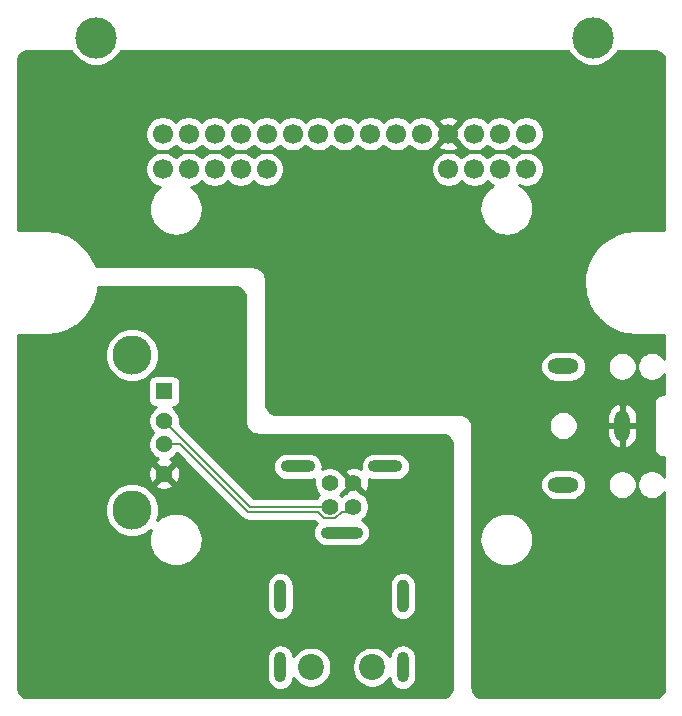
<source format=gbr>
G04 #@! TF.GenerationSoftware,KiCad,Pcbnew,(5.1.0)-1*
G04 #@! TF.CreationDate,2021-05-27T14:19:51-05:00*
G04 #@! TF.ProjectId,2014 Mazda CX-5 Head Unit Adapter,32303134-204d-4617-9a64-612043582d35,rev?*
G04 #@! TF.SameCoordinates,Original*
G04 #@! TF.FileFunction,Copper,L2,Bot*
G04 #@! TF.FilePolarity,Positive*
%FSLAX46Y46*%
G04 Gerber Fmt 4.6, Leading zero omitted, Abs format (unit mm)*
G04 Created by KiCad (PCBNEW (5.1.0)-1) date 2021-05-27 14:19:51*
%MOMM*%
%LPD*%
G04 APERTURE LIST*
%ADD10C,1.400000*%
%ADD11O,3.600000X1.000000*%
%ADD12O,2.900000X1.000000*%
%ADD13O,1.000000X2.800000*%
%ADD14O,1.000000X2.600000*%
%ADD15C,2.200000*%
%ADD16C,1.700000*%
%ADD17C,3.500000*%
%ADD18O,2.616000X1.308000*%
%ADD19O,1.308000X2.616000*%
%ADD20C,3.316000*%
%ADD21C,1.428000*%
%ADD22R,1.428000X1.428000*%
%ADD23C,0.800000*%
%ADD24C,0.200000*%
%ADD25C,0.254000*%
G04 APERTURE END LIST*
D10*
X177340000Y-139260000D03*
X177340000Y-137260000D03*
X179340000Y-137260000D03*
X179340000Y-139260000D03*
D11*
X178340000Y-141460000D03*
D12*
X182040000Y-135860000D03*
X174640000Y-135860000D03*
D13*
X173140000Y-146860000D03*
X183540000Y-146860000D03*
D14*
X183540000Y-152860000D03*
X173140000Y-152860000D03*
D15*
X175740000Y-152860000D03*
X180940000Y-152860000D03*
D16*
X163190000Y-110700000D03*
X165390000Y-110700000D03*
D17*
X157540000Y-99550000D03*
X199640000Y-99550000D03*
D16*
X163190000Y-107700000D03*
X165390000Y-107700000D03*
X167590000Y-107700000D03*
X167590000Y-110700000D03*
X169790000Y-107700000D03*
X169790000Y-110700000D03*
X171990000Y-107700000D03*
X171990000Y-110700000D03*
X174190000Y-107700000D03*
X176390000Y-107700000D03*
X178590000Y-107700000D03*
X180790000Y-107700000D03*
X182990000Y-107700000D03*
X185190000Y-107700000D03*
X187390000Y-107700000D03*
X187390000Y-110700000D03*
X189590000Y-107700000D03*
X189590000Y-110700000D03*
X191790000Y-107700000D03*
X191790000Y-110700000D03*
X193990000Y-107700000D03*
X193990000Y-110700000D03*
D18*
X197100000Y-137400000D03*
X197100000Y-127400000D03*
D19*
X202100000Y-132400000D03*
D20*
X160610000Y-139560000D03*
X160610000Y-126420000D03*
D21*
X163320000Y-136490000D03*
X163320000Y-133990000D03*
X163320000Y-131990000D03*
D22*
X163320000Y-129490000D03*
D23*
X165300000Y-122800000D03*
D24*
X176890000Y-139260000D02*
X177340000Y-139260000D01*
X163320000Y-131990000D02*
X170590000Y-139260000D01*
X170590000Y-139260000D02*
X176890000Y-139260000D01*
X178890000Y-139710000D02*
X179340000Y-139260000D01*
X178370002Y-139710000D02*
X178890000Y-139710000D01*
X164683603Y-133990000D02*
X170403603Y-139710000D01*
X163320000Y-133990000D02*
X164683603Y-133990000D01*
X170403603Y-139710000D02*
X176309998Y-139710000D01*
X176309998Y-139710000D02*
X176859999Y-140260001D01*
X176859999Y-140260001D02*
X177820001Y-140260001D01*
X177820001Y-140260001D02*
X178370002Y-139710000D01*
D25*
G36*
X155426440Y-100679721D02*
G01*
X155687450Y-101070349D01*
X156019651Y-101402550D01*
X156410279Y-101663560D01*
X156844321Y-101843346D01*
X157305098Y-101935000D01*
X157774902Y-101935000D01*
X158235679Y-101843346D01*
X158669721Y-101663560D01*
X159060349Y-101402550D01*
X159392550Y-101070349D01*
X159653560Y-100679721D01*
X159654687Y-100677000D01*
X197525313Y-100677000D01*
X197526440Y-100679721D01*
X197787450Y-101070349D01*
X198119651Y-101402550D01*
X198510279Y-101663560D01*
X198944321Y-101843346D01*
X199405098Y-101935000D01*
X199874902Y-101935000D01*
X200335679Y-101843346D01*
X200769721Y-101663560D01*
X201160349Y-101402550D01*
X201492550Y-101070349D01*
X201753560Y-100679721D01*
X201754687Y-100677000D01*
X204793766Y-100677000D01*
X204970189Y-100694376D01*
X205133850Y-100744022D01*
X205284672Y-100824638D01*
X205416870Y-100933130D01*
X205525362Y-101065328D01*
X205605978Y-101216150D01*
X205655624Y-101379811D01*
X205673000Y-101556234D01*
X205673000Y-115840000D01*
X203267581Y-115840000D01*
X203265287Y-115840226D01*
X203242341Y-115840386D01*
X203212522Y-115843520D01*
X203182539Y-115843520D01*
X203173374Y-115844483D01*
X202436366Y-115927152D01*
X202377877Y-115939585D01*
X202319174Y-115951208D01*
X202310371Y-115953933D01*
X201603457Y-116178180D01*
X201548485Y-116201741D01*
X201493170Y-116224540D01*
X201485064Y-116228923D01*
X200835168Y-116586206D01*
X200785822Y-116619994D01*
X200735985Y-116653105D01*
X200728885Y-116658980D01*
X200160764Y-117135690D01*
X200118920Y-117178420D01*
X200076464Y-117220580D01*
X200070640Y-117227721D01*
X199605933Y-117805702D01*
X199573195Y-117855732D01*
X199539728Y-117905348D01*
X199535402Y-117913484D01*
X199191807Y-118570719D01*
X199169401Y-118626177D01*
X199146217Y-118681328D01*
X199143554Y-118690150D01*
X198934161Y-119401606D01*
X198922963Y-119460307D01*
X198910923Y-119518963D01*
X198910024Y-119528134D01*
X198842809Y-120266712D01*
X198843227Y-120326529D01*
X198842809Y-120386346D01*
X198843709Y-120395517D01*
X198921230Y-121133085D01*
X198933250Y-121191641D01*
X198944466Y-121250442D01*
X198947130Y-121259263D01*
X199166436Y-121967726D01*
X199189616Y-122022869D01*
X199212025Y-122078334D01*
X199216352Y-122086471D01*
X199569089Y-122738845D01*
X199602534Y-122788429D01*
X199635294Y-122838492D01*
X199641118Y-122845633D01*
X200113851Y-123417069D01*
X200156287Y-123459209D01*
X200198150Y-123501959D01*
X200205251Y-123507832D01*
X200779973Y-123976564D01*
X200829766Y-124009646D01*
X200879155Y-124043464D01*
X200887261Y-124047847D01*
X201542082Y-124396020D01*
X201597350Y-124418800D01*
X201652368Y-124442381D01*
X201661172Y-124445106D01*
X202371147Y-124659461D01*
X202429832Y-124671081D01*
X202488340Y-124683517D01*
X202497503Y-124684480D01*
X202497505Y-124684480D01*
X203235595Y-124756850D01*
X203235598Y-124756850D01*
X203267581Y-124760000D01*
X205673000Y-124760000D01*
X205673000Y-126782916D01*
X205559287Y-126612733D01*
X205387267Y-126440713D01*
X205184992Y-126305557D01*
X204960236Y-126212460D01*
X204721637Y-126165000D01*
X204478363Y-126165000D01*
X204239764Y-126212460D01*
X204015008Y-126305557D01*
X203812733Y-126440713D01*
X203640713Y-126612733D01*
X203505557Y-126815008D01*
X203412460Y-127039764D01*
X203365000Y-127278363D01*
X203365000Y-127521637D01*
X203412460Y-127760236D01*
X203505557Y-127984992D01*
X203640713Y-128187267D01*
X203812733Y-128359287D01*
X204015008Y-128494443D01*
X204239764Y-128587540D01*
X204478363Y-128635000D01*
X204721637Y-128635000D01*
X204960236Y-128587540D01*
X205184992Y-128494443D01*
X205387267Y-128359287D01*
X205559287Y-128187267D01*
X205673000Y-128017084D01*
X205673000Y-129764950D01*
X205431191Y-129764950D01*
X205400000Y-129761878D01*
X205368809Y-129764950D01*
X205275509Y-129774139D01*
X205155801Y-129810452D01*
X205045478Y-129869421D01*
X204948780Y-129948780D01*
X204869421Y-130045478D01*
X204810452Y-130155801D01*
X204774139Y-130275509D01*
X204761878Y-130400000D01*
X204764951Y-130431201D01*
X204764950Y-134368809D01*
X204761878Y-134400000D01*
X204774139Y-134524491D01*
X204810452Y-134644199D01*
X204869421Y-134754522D01*
X204947727Y-134849937D01*
X204948780Y-134851220D01*
X205045478Y-134930579D01*
X205155801Y-134989548D01*
X205275509Y-135025861D01*
X205400000Y-135038122D01*
X205431191Y-135035050D01*
X205673000Y-135035050D01*
X205673000Y-136782916D01*
X205559287Y-136612733D01*
X205387267Y-136440713D01*
X205184992Y-136305557D01*
X204960236Y-136212460D01*
X204721637Y-136165000D01*
X204478363Y-136165000D01*
X204239764Y-136212460D01*
X204015008Y-136305557D01*
X203812733Y-136440713D01*
X203640713Y-136612733D01*
X203505557Y-136815008D01*
X203412460Y-137039764D01*
X203365000Y-137278363D01*
X203365000Y-137521637D01*
X203412460Y-137760236D01*
X203505557Y-137984992D01*
X203640713Y-138187267D01*
X203812733Y-138359287D01*
X204015008Y-138494443D01*
X204239764Y-138587540D01*
X204478363Y-138635000D01*
X204721637Y-138635000D01*
X204960236Y-138587540D01*
X205184992Y-138494443D01*
X205387267Y-138359287D01*
X205559287Y-138187267D01*
X205673000Y-138017084D01*
X205673000Y-154543766D01*
X205655624Y-154720189D01*
X205605978Y-154883850D01*
X205525362Y-155034672D01*
X205416870Y-155166870D01*
X205284672Y-155275362D01*
X205133850Y-155355978D01*
X204970189Y-155405624D01*
X204793766Y-155423000D01*
X190306234Y-155423000D01*
X190129811Y-155405624D01*
X189966150Y-155355978D01*
X189815328Y-155275362D01*
X189683130Y-155166870D01*
X189574638Y-155034672D01*
X189494022Y-154883850D01*
X189444376Y-154720189D01*
X189427000Y-154543766D01*
X189427000Y-142081834D01*
X190020222Y-142081834D01*
X190069823Y-142524039D01*
X190204371Y-142948188D01*
X190418741Y-143338125D01*
X190704768Y-143678998D01*
X191051556Y-143957823D01*
X191445897Y-144163979D01*
X191872771Y-144289615D01*
X192315917Y-144329944D01*
X192758458Y-144283432D01*
X193183536Y-144151848D01*
X193574960Y-143940206D01*
X193917821Y-143656566D01*
X194199060Y-143311733D01*
X194407965Y-142918840D01*
X194536578Y-142492854D01*
X194580000Y-142050000D01*
X194579111Y-141986339D01*
X194523341Y-141544869D01*
X194382884Y-141122640D01*
X194163090Y-140735734D01*
X193872333Y-140398888D01*
X193521685Y-140124932D01*
X193124504Y-139924302D01*
X192695918Y-139804638D01*
X192252251Y-139770500D01*
X191810403Y-139823187D01*
X191387204Y-139960693D01*
X190998773Y-140177780D01*
X190659905Y-140466179D01*
X190383508Y-140814905D01*
X190180110Y-141210676D01*
X190057457Y-141638416D01*
X190020222Y-142081834D01*
X189427000Y-142081834D01*
X189427000Y-137400000D01*
X195150764Y-137400000D01*
X195175652Y-137652688D01*
X195249358Y-137895665D01*
X195369051Y-138119595D01*
X195530130Y-138315870D01*
X195726405Y-138476949D01*
X195950335Y-138596642D01*
X196193312Y-138670348D01*
X196382686Y-138689000D01*
X197817314Y-138689000D01*
X198006688Y-138670348D01*
X198249665Y-138596642D01*
X198473595Y-138476949D01*
X198669870Y-138315870D01*
X198830949Y-138119595D01*
X198950642Y-137895665D01*
X199024348Y-137652688D01*
X199049236Y-137400000D01*
X199037256Y-137278363D01*
X200865000Y-137278363D01*
X200865000Y-137521637D01*
X200912460Y-137760236D01*
X201005557Y-137984992D01*
X201140713Y-138187267D01*
X201312733Y-138359287D01*
X201515008Y-138494443D01*
X201739764Y-138587540D01*
X201978363Y-138635000D01*
X202221637Y-138635000D01*
X202460236Y-138587540D01*
X202684992Y-138494443D01*
X202887267Y-138359287D01*
X203059287Y-138187267D01*
X203194443Y-137984992D01*
X203287540Y-137760236D01*
X203335000Y-137521637D01*
X203335000Y-137278363D01*
X203287540Y-137039764D01*
X203194443Y-136815008D01*
X203059287Y-136612733D01*
X202887267Y-136440713D01*
X202684992Y-136305557D01*
X202460236Y-136212460D01*
X202221637Y-136165000D01*
X201978363Y-136165000D01*
X201739764Y-136212460D01*
X201515008Y-136305557D01*
X201312733Y-136440713D01*
X201140713Y-136612733D01*
X201005557Y-136815008D01*
X200912460Y-137039764D01*
X200865000Y-137278363D01*
X199037256Y-137278363D01*
X199024348Y-137147312D01*
X198950642Y-136904335D01*
X198830949Y-136680405D01*
X198669870Y-136484130D01*
X198473595Y-136323051D01*
X198249665Y-136203358D01*
X198006688Y-136129652D01*
X197817314Y-136111000D01*
X196382686Y-136111000D01*
X196193312Y-136129652D01*
X195950335Y-136203358D01*
X195726405Y-136323051D01*
X195530130Y-136484130D01*
X195369051Y-136680405D01*
X195249358Y-136904335D01*
X195175652Y-137147312D01*
X195150764Y-137400000D01*
X189427000Y-137400000D01*
X189427000Y-132550000D01*
X189426388Y-132537552D01*
X189407173Y-132342462D01*
X189402317Y-132318044D01*
X189390281Y-132278363D01*
X195865000Y-132278363D01*
X195865000Y-132521637D01*
X195912460Y-132760236D01*
X196005557Y-132984992D01*
X196140713Y-133187267D01*
X196312733Y-133359287D01*
X196515008Y-133494443D01*
X196739764Y-133587540D01*
X196978363Y-133635000D01*
X197221637Y-133635000D01*
X197460236Y-133587540D01*
X197684992Y-133494443D01*
X197887267Y-133359287D01*
X198059287Y-133187267D01*
X198194443Y-132984992D01*
X198287540Y-132760236D01*
X198333933Y-132527000D01*
X200811000Y-132527000D01*
X200811000Y-133181000D01*
X200860544Y-133430031D01*
X200957720Y-133664612D01*
X201098793Y-133875727D01*
X201278342Y-134055264D01*
X201489467Y-134196323D01*
X201724054Y-134293483D01*
X201773901Y-134301068D01*
X201973000Y-134177092D01*
X201973000Y-132527000D01*
X202227000Y-132527000D01*
X202227000Y-134177092D01*
X202426099Y-134301068D01*
X202475946Y-134293483D01*
X202710533Y-134196323D01*
X202921658Y-134055264D01*
X203101207Y-133875727D01*
X203242280Y-133664612D01*
X203339456Y-133430031D01*
X203389000Y-133181000D01*
X203389000Y-132527000D01*
X202227000Y-132527000D01*
X201973000Y-132527000D01*
X200811000Y-132527000D01*
X198333933Y-132527000D01*
X198335000Y-132521637D01*
X198335000Y-132278363D01*
X198287540Y-132039764D01*
X198194443Y-131815008D01*
X198063475Y-131619000D01*
X200811000Y-131619000D01*
X200811000Y-132273000D01*
X201973000Y-132273000D01*
X201973000Y-130622908D01*
X202227000Y-130622908D01*
X202227000Y-132273000D01*
X203389000Y-132273000D01*
X203389000Y-131619000D01*
X203339456Y-131369969D01*
X203242280Y-131135388D01*
X203101207Y-130924273D01*
X202921658Y-130744736D01*
X202710533Y-130603677D01*
X202475946Y-130506517D01*
X202426099Y-130498932D01*
X202227000Y-130622908D01*
X201973000Y-130622908D01*
X201773901Y-130498932D01*
X201724054Y-130506517D01*
X201489467Y-130603677D01*
X201278342Y-130744736D01*
X201098793Y-130924273D01*
X200957720Y-131135388D01*
X200860544Y-131369969D01*
X200811000Y-131619000D01*
X198063475Y-131619000D01*
X198059287Y-131612733D01*
X197887267Y-131440713D01*
X197684992Y-131305557D01*
X197460236Y-131212460D01*
X197221637Y-131165000D01*
X196978363Y-131165000D01*
X196739764Y-131212460D01*
X196515008Y-131305557D01*
X196312733Y-131440713D01*
X196140713Y-131612733D01*
X196005557Y-131815008D01*
X195912460Y-132039764D01*
X195865000Y-132278363D01*
X189390281Y-132278363D01*
X189345412Y-132130451D01*
X189335884Y-132107450D01*
X189243474Y-131934563D01*
X189229642Y-131913862D01*
X189105279Y-131762325D01*
X189087675Y-131744721D01*
X188936138Y-131620358D01*
X188915437Y-131606526D01*
X188742550Y-131514116D01*
X188719549Y-131504588D01*
X188531956Y-131447683D01*
X188507538Y-131442827D01*
X188312448Y-131423612D01*
X188300000Y-131423000D01*
X172806234Y-131423000D01*
X172629811Y-131405624D01*
X172466150Y-131355978D01*
X172315328Y-131275362D01*
X172183130Y-131166870D01*
X172074638Y-131034672D01*
X171994022Y-130883850D01*
X171944376Y-130720189D01*
X171927000Y-130543766D01*
X171927000Y-127400000D01*
X195150764Y-127400000D01*
X195175652Y-127652688D01*
X195249358Y-127895665D01*
X195369051Y-128119595D01*
X195530130Y-128315870D01*
X195726405Y-128476949D01*
X195950335Y-128596642D01*
X196193312Y-128670348D01*
X196382686Y-128689000D01*
X197817314Y-128689000D01*
X198006688Y-128670348D01*
X198249665Y-128596642D01*
X198473595Y-128476949D01*
X198669870Y-128315870D01*
X198830949Y-128119595D01*
X198950642Y-127895665D01*
X199024348Y-127652688D01*
X199049236Y-127400000D01*
X199037256Y-127278363D01*
X200865000Y-127278363D01*
X200865000Y-127521637D01*
X200912460Y-127760236D01*
X201005557Y-127984992D01*
X201140713Y-128187267D01*
X201312733Y-128359287D01*
X201515008Y-128494443D01*
X201739764Y-128587540D01*
X201978363Y-128635000D01*
X202221637Y-128635000D01*
X202460236Y-128587540D01*
X202684992Y-128494443D01*
X202887267Y-128359287D01*
X203059287Y-128187267D01*
X203194443Y-127984992D01*
X203287540Y-127760236D01*
X203335000Y-127521637D01*
X203335000Y-127278363D01*
X203287540Y-127039764D01*
X203194443Y-126815008D01*
X203059287Y-126612733D01*
X202887267Y-126440713D01*
X202684992Y-126305557D01*
X202460236Y-126212460D01*
X202221637Y-126165000D01*
X201978363Y-126165000D01*
X201739764Y-126212460D01*
X201515008Y-126305557D01*
X201312733Y-126440713D01*
X201140713Y-126612733D01*
X201005557Y-126815008D01*
X200912460Y-127039764D01*
X200865000Y-127278363D01*
X199037256Y-127278363D01*
X199024348Y-127147312D01*
X198950642Y-126904335D01*
X198830949Y-126680405D01*
X198669870Y-126484130D01*
X198473595Y-126323051D01*
X198249665Y-126203358D01*
X198006688Y-126129652D01*
X197817314Y-126111000D01*
X196382686Y-126111000D01*
X196193312Y-126129652D01*
X195950335Y-126203358D01*
X195726405Y-126323051D01*
X195530130Y-126484130D01*
X195369051Y-126680405D01*
X195249358Y-126904335D01*
X195175652Y-127147312D01*
X195150764Y-127400000D01*
X171927000Y-127400000D01*
X171927000Y-120050000D01*
X171926388Y-120037552D01*
X171907173Y-119842462D01*
X171902317Y-119818044D01*
X171845412Y-119630451D01*
X171835884Y-119607450D01*
X171743474Y-119434563D01*
X171729642Y-119413862D01*
X171605279Y-119262325D01*
X171587675Y-119244721D01*
X171436138Y-119120358D01*
X171415437Y-119106526D01*
X171242550Y-119014116D01*
X171219549Y-119004588D01*
X171031956Y-118947683D01*
X171007538Y-118942827D01*
X170812448Y-118923612D01*
X170800000Y-118923000D01*
X157523559Y-118923000D01*
X157433564Y-118632274D01*
X157410384Y-118577131D01*
X157387975Y-118521666D01*
X157383648Y-118513529D01*
X157030911Y-117861155D01*
X156997466Y-117811571D01*
X156964706Y-117761508D01*
X156958881Y-117754367D01*
X156486149Y-117182931D01*
X156443713Y-117140791D01*
X156401850Y-117098041D01*
X156394749Y-117092168D01*
X155820027Y-116623436D01*
X155770219Y-116590343D01*
X155720845Y-116556536D01*
X155712739Y-116552153D01*
X155057918Y-116203979D01*
X155002603Y-116181180D01*
X154947631Y-116157619D01*
X154938828Y-116154894D01*
X154228852Y-115940539D01*
X154170175Y-115928921D01*
X154111660Y-115916483D01*
X154102497Y-115915520D01*
X154102495Y-115915520D01*
X153364404Y-115843150D01*
X153364402Y-115843150D01*
X153332419Y-115840000D01*
X150927000Y-115840000D01*
X150927000Y-110553740D01*
X161705000Y-110553740D01*
X161705000Y-110846260D01*
X161762068Y-111133158D01*
X161874010Y-111403411D01*
X162036525Y-111646632D01*
X162243368Y-111853475D01*
X162486589Y-112015990D01*
X162756842Y-112127932D01*
X163001049Y-112176508D01*
X162998773Y-112177780D01*
X162659905Y-112466179D01*
X162383508Y-112814905D01*
X162180110Y-113210676D01*
X162057457Y-113638416D01*
X162020222Y-114081834D01*
X162069823Y-114524039D01*
X162204371Y-114948188D01*
X162418741Y-115338125D01*
X162704768Y-115678998D01*
X163051556Y-115957823D01*
X163445897Y-116163979D01*
X163872771Y-116289615D01*
X164315917Y-116329944D01*
X164758458Y-116283432D01*
X165183536Y-116151848D01*
X165574960Y-115940206D01*
X165917821Y-115656566D01*
X166199060Y-115311733D01*
X166407965Y-114918840D01*
X166536578Y-114492854D01*
X166580000Y-114050000D01*
X166579111Y-113986339D01*
X166523341Y-113544869D01*
X166382884Y-113122640D01*
X166163090Y-112735734D01*
X165872333Y-112398888D01*
X165585924Y-112175121D01*
X165823158Y-112127932D01*
X166093411Y-112015990D01*
X166336632Y-111853475D01*
X166490000Y-111700107D01*
X166643368Y-111853475D01*
X166886589Y-112015990D01*
X167156842Y-112127932D01*
X167443740Y-112185000D01*
X167736260Y-112185000D01*
X168023158Y-112127932D01*
X168293411Y-112015990D01*
X168536632Y-111853475D01*
X168690000Y-111700107D01*
X168843368Y-111853475D01*
X169086589Y-112015990D01*
X169356842Y-112127932D01*
X169643740Y-112185000D01*
X169936260Y-112185000D01*
X170223158Y-112127932D01*
X170493411Y-112015990D01*
X170736632Y-111853475D01*
X170890000Y-111700107D01*
X171043368Y-111853475D01*
X171286589Y-112015990D01*
X171556842Y-112127932D01*
X171843740Y-112185000D01*
X172136260Y-112185000D01*
X172423158Y-112127932D01*
X172693411Y-112015990D01*
X172936632Y-111853475D01*
X173143475Y-111646632D01*
X173305990Y-111403411D01*
X173417932Y-111133158D01*
X173475000Y-110846260D01*
X173475000Y-110553740D01*
X185905000Y-110553740D01*
X185905000Y-110846260D01*
X185962068Y-111133158D01*
X186074010Y-111403411D01*
X186236525Y-111646632D01*
X186443368Y-111853475D01*
X186686589Y-112015990D01*
X186956842Y-112127932D01*
X187243740Y-112185000D01*
X187536260Y-112185000D01*
X187823158Y-112127932D01*
X188093411Y-112015990D01*
X188336632Y-111853475D01*
X188490000Y-111700107D01*
X188643368Y-111853475D01*
X188886589Y-112015990D01*
X189156842Y-112127932D01*
X189443740Y-112185000D01*
X189736260Y-112185000D01*
X190023158Y-112127932D01*
X190293411Y-112015990D01*
X190536632Y-111853475D01*
X190690000Y-111700107D01*
X190843368Y-111853475D01*
X191086589Y-112015990D01*
X191202417Y-112063967D01*
X190998773Y-112177780D01*
X190659905Y-112466179D01*
X190383508Y-112814905D01*
X190180110Y-113210676D01*
X190057457Y-113638416D01*
X190020222Y-114081834D01*
X190069823Y-114524039D01*
X190204371Y-114948188D01*
X190418741Y-115338125D01*
X190704768Y-115678998D01*
X191051556Y-115957823D01*
X191445897Y-116163979D01*
X191872771Y-116289615D01*
X192315917Y-116329944D01*
X192758458Y-116283432D01*
X193183536Y-116151848D01*
X193574960Y-115940206D01*
X193917821Y-115656566D01*
X194199060Y-115311733D01*
X194407965Y-114918840D01*
X194536578Y-114492854D01*
X194580000Y-114050000D01*
X194579111Y-113986339D01*
X194523341Y-113544869D01*
X194382884Y-113122640D01*
X194163090Y-112735734D01*
X193872333Y-112398888D01*
X193521685Y-112124932D01*
X193394518Y-112060695D01*
X193556842Y-112127932D01*
X193843740Y-112185000D01*
X194136260Y-112185000D01*
X194423158Y-112127932D01*
X194693411Y-112015990D01*
X194936632Y-111853475D01*
X195143475Y-111646632D01*
X195305990Y-111403411D01*
X195417932Y-111133158D01*
X195475000Y-110846260D01*
X195475000Y-110553740D01*
X195417932Y-110266842D01*
X195305990Y-109996589D01*
X195143475Y-109753368D01*
X194936632Y-109546525D01*
X194693411Y-109384010D01*
X194423158Y-109272068D01*
X194136260Y-109215000D01*
X193843740Y-109215000D01*
X193556842Y-109272068D01*
X193286589Y-109384010D01*
X193043368Y-109546525D01*
X192890000Y-109699893D01*
X192736632Y-109546525D01*
X192493411Y-109384010D01*
X192223158Y-109272068D01*
X191936260Y-109215000D01*
X191643740Y-109215000D01*
X191356842Y-109272068D01*
X191086589Y-109384010D01*
X190843368Y-109546525D01*
X190690000Y-109699893D01*
X190536632Y-109546525D01*
X190293411Y-109384010D01*
X190023158Y-109272068D01*
X189736260Y-109215000D01*
X189443740Y-109215000D01*
X189156842Y-109272068D01*
X188886589Y-109384010D01*
X188643368Y-109546525D01*
X188490000Y-109699893D01*
X188336632Y-109546525D01*
X188093411Y-109384010D01*
X187823158Y-109272068D01*
X187536260Y-109215000D01*
X187243740Y-109215000D01*
X186956842Y-109272068D01*
X186686589Y-109384010D01*
X186443368Y-109546525D01*
X186236525Y-109753368D01*
X186074010Y-109996589D01*
X185962068Y-110266842D01*
X185905000Y-110553740D01*
X173475000Y-110553740D01*
X173417932Y-110266842D01*
X173305990Y-109996589D01*
X173143475Y-109753368D01*
X172936632Y-109546525D01*
X172693411Y-109384010D01*
X172423158Y-109272068D01*
X172136260Y-109215000D01*
X171843740Y-109215000D01*
X171556842Y-109272068D01*
X171286589Y-109384010D01*
X171043368Y-109546525D01*
X170890000Y-109699893D01*
X170736632Y-109546525D01*
X170493411Y-109384010D01*
X170223158Y-109272068D01*
X169936260Y-109215000D01*
X169643740Y-109215000D01*
X169356842Y-109272068D01*
X169086589Y-109384010D01*
X168843368Y-109546525D01*
X168690000Y-109699893D01*
X168536632Y-109546525D01*
X168293411Y-109384010D01*
X168023158Y-109272068D01*
X167736260Y-109215000D01*
X167443740Y-109215000D01*
X167156842Y-109272068D01*
X166886589Y-109384010D01*
X166643368Y-109546525D01*
X166490000Y-109699893D01*
X166336632Y-109546525D01*
X166093411Y-109384010D01*
X165823158Y-109272068D01*
X165536260Y-109215000D01*
X165243740Y-109215000D01*
X164956842Y-109272068D01*
X164686589Y-109384010D01*
X164443368Y-109546525D01*
X164290000Y-109699893D01*
X164136632Y-109546525D01*
X163893411Y-109384010D01*
X163623158Y-109272068D01*
X163336260Y-109215000D01*
X163043740Y-109215000D01*
X162756842Y-109272068D01*
X162486589Y-109384010D01*
X162243368Y-109546525D01*
X162036525Y-109753368D01*
X161874010Y-109996589D01*
X161762068Y-110266842D01*
X161705000Y-110553740D01*
X150927000Y-110553740D01*
X150927000Y-107553740D01*
X161705000Y-107553740D01*
X161705000Y-107846260D01*
X161762068Y-108133158D01*
X161874010Y-108403411D01*
X162036525Y-108646632D01*
X162243368Y-108853475D01*
X162486589Y-109015990D01*
X162756842Y-109127932D01*
X163043740Y-109185000D01*
X163336260Y-109185000D01*
X163623158Y-109127932D01*
X163893411Y-109015990D01*
X164136632Y-108853475D01*
X164290000Y-108700107D01*
X164443368Y-108853475D01*
X164686589Y-109015990D01*
X164956842Y-109127932D01*
X165243740Y-109185000D01*
X165536260Y-109185000D01*
X165823158Y-109127932D01*
X166093411Y-109015990D01*
X166336632Y-108853475D01*
X166490000Y-108700107D01*
X166643368Y-108853475D01*
X166886589Y-109015990D01*
X167156842Y-109127932D01*
X167443740Y-109185000D01*
X167736260Y-109185000D01*
X168023158Y-109127932D01*
X168293411Y-109015990D01*
X168536632Y-108853475D01*
X168690000Y-108700107D01*
X168843368Y-108853475D01*
X169086589Y-109015990D01*
X169356842Y-109127932D01*
X169643740Y-109185000D01*
X169936260Y-109185000D01*
X170223158Y-109127932D01*
X170493411Y-109015990D01*
X170736632Y-108853475D01*
X170890000Y-108700107D01*
X171043368Y-108853475D01*
X171286589Y-109015990D01*
X171556842Y-109127932D01*
X171843740Y-109185000D01*
X172136260Y-109185000D01*
X172423158Y-109127932D01*
X172693411Y-109015990D01*
X172936632Y-108853475D01*
X173090000Y-108700107D01*
X173243368Y-108853475D01*
X173486589Y-109015990D01*
X173756842Y-109127932D01*
X174043740Y-109185000D01*
X174336260Y-109185000D01*
X174623158Y-109127932D01*
X174893411Y-109015990D01*
X175136632Y-108853475D01*
X175290000Y-108700107D01*
X175443368Y-108853475D01*
X175686589Y-109015990D01*
X175956842Y-109127932D01*
X176243740Y-109185000D01*
X176536260Y-109185000D01*
X176823158Y-109127932D01*
X177093411Y-109015990D01*
X177336632Y-108853475D01*
X177490000Y-108700107D01*
X177643368Y-108853475D01*
X177886589Y-109015990D01*
X178156842Y-109127932D01*
X178443740Y-109185000D01*
X178736260Y-109185000D01*
X179023158Y-109127932D01*
X179293411Y-109015990D01*
X179536632Y-108853475D01*
X179690000Y-108700107D01*
X179843368Y-108853475D01*
X180086589Y-109015990D01*
X180356842Y-109127932D01*
X180643740Y-109185000D01*
X180936260Y-109185000D01*
X181223158Y-109127932D01*
X181493411Y-109015990D01*
X181736632Y-108853475D01*
X181890000Y-108700107D01*
X182043368Y-108853475D01*
X182286589Y-109015990D01*
X182556842Y-109127932D01*
X182843740Y-109185000D01*
X183136260Y-109185000D01*
X183423158Y-109127932D01*
X183693411Y-109015990D01*
X183936632Y-108853475D01*
X184090000Y-108700107D01*
X184243368Y-108853475D01*
X184486589Y-109015990D01*
X184756842Y-109127932D01*
X185043740Y-109185000D01*
X185336260Y-109185000D01*
X185623158Y-109127932D01*
X185893411Y-109015990D01*
X186136632Y-108853475D01*
X186261710Y-108728397D01*
X186541208Y-108728397D01*
X186618843Y-108977472D01*
X186882883Y-109103371D01*
X187166411Y-109175339D01*
X187458531Y-109190611D01*
X187748019Y-109148599D01*
X188023747Y-109050919D01*
X188161157Y-108977472D01*
X188238792Y-108728397D01*
X187390000Y-107879605D01*
X186541208Y-108728397D01*
X186261710Y-108728397D01*
X186343475Y-108646632D01*
X186503988Y-108406407D01*
X187210395Y-107700000D01*
X187569605Y-107700000D01*
X188276012Y-108406407D01*
X188436525Y-108646632D01*
X188643368Y-108853475D01*
X188886589Y-109015990D01*
X189156842Y-109127932D01*
X189443740Y-109185000D01*
X189736260Y-109185000D01*
X190023158Y-109127932D01*
X190293411Y-109015990D01*
X190536632Y-108853475D01*
X190690000Y-108700107D01*
X190843368Y-108853475D01*
X191086589Y-109015990D01*
X191356842Y-109127932D01*
X191643740Y-109185000D01*
X191936260Y-109185000D01*
X192223158Y-109127932D01*
X192493411Y-109015990D01*
X192736632Y-108853475D01*
X192890000Y-108700107D01*
X193043368Y-108853475D01*
X193286589Y-109015990D01*
X193556842Y-109127932D01*
X193843740Y-109185000D01*
X194136260Y-109185000D01*
X194423158Y-109127932D01*
X194693411Y-109015990D01*
X194936632Y-108853475D01*
X195143475Y-108646632D01*
X195305990Y-108403411D01*
X195417932Y-108133158D01*
X195475000Y-107846260D01*
X195475000Y-107553740D01*
X195417932Y-107266842D01*
X195305990Y-106996589D01*
X195143475Y-106753368D01*
X194936632Y-106546525D01*
X194693411Y-106384010D01*
X194423158Y-106272068D01*
X194136260Y-106215000D01*
X193843740Y-106215000D01*
X193556842Y-106272068D01*
X193286589Y-106384010D01*
X193043368Y-106546525D01*
X192890000Y-106699893D01*
X192736632Y-106546525D01*
X192493411Y-106384010D01*
X192223158Y-106272068D01*
X191936260Y-106215000D01*
X191643740Y-106215000D01*
X191356842Y-106272068D01*
X191086589Y-106384010D01*
X190843368Y-106546525D01*
X190690000Y-106699893D01*
X190536632Y-106546525D01*
X190293411Y-106384010D01*
X190023158Y-106272068D01*
X189736260Y-106215000D01*
X189443740Y-106215000D01*
X189156842Y-106272068D01*
X188886589Y-106384010D01*
X188643368Y-106546525D01*
X188436525Y-106753368D01*
X188276012Y-106993593D01*
X187569605Y-107700000D01*
X187210395Y-107700000D01*
X186503988Y-106993593D01*
X186343475Y-106753368D01*
X186261710Y-106671603D01*
X186541208Y-106671603D01*
X187390000Y-107520395D01*
X188238792Y-106671603D01*
X188161157Y-106422528D01*
X187897117Y-106296629D01*
X187613589Y-106224661D01*
X187321469Y-106209389D01*
X187031981Y-106251401D01*
X186756253Y-106349081D01*
X186618843Y-106422528D01*
X186541208Y-106671603D01*
X186261710Y-106671603D01*
X186136632Y-106546525D01*
X185893411Y-106384010D01*
X185623158Y-106272068D01*
X185336260Y-106215000D01*
X185043740Y-106215000D01*
X184756842Y-106272068D01*
X184486589Y-106384010D01*
X184243368Y-106546525D01*
X184090000Y-106699893D01*
X183936632Y-106546525D01*
X183693411Y-106384010D01*
X183423158Y-106272068D01*
X183136260Y-106215000D01*
X182843740Y-106215000D01*
X182556842Y-106272068D01*
X182286589Y-106384010D01*
X182043368Y-106546525D01*
X181890000Y-106699893D01*
X181736632Y-106546525D01*
X181493411Y-106384010D01*
X181223158Y-106272068D01*
X180936260Y-106215000D01*
X180643740Y-106215000D01*
X180356842Y-106272068D01*
X180086589Y-106384010D01*
X179843368Y-106546525D01*
X179690000Y-106699893D01*
X179536632Y-106546525D01*
X179293411Y-106384010D01*
X179023158Y-106272068D01*
X178736260Y-106215000D01*
X178443740Y-106215000D01*
X178156842Y-106272068D01*
X177886589Y-106384010D01*
X177643368Y-106546525D01*
X177490000Y-106699893D01*
X177336632Y-106546525D01*
X177093411Y-106384010D01*
X176823158Y-106272068D01*
X176536260Y-106215000D01*
X176243740Y-106215000D01*
X175956842Y-106272068D01*
X175686589Y-106384010D01*
X175443368Y-106546525D01*
X175290000Y-106699893D01*
X175136632Y-106546525D01*
X174893411Y-106384010D01*
X174623158Y-106272068D01*
X174336260Y-106215000D01*
X174043740Y-106215000D01*
X173756842Y-106272068D01*
X173486589Y-106384010D01*
X173243368Y-106546525D01*
X173090000Y-106699893D01*
X172936632Y-106546525D01*
X172693411Y-106384010D01*
X172423158Y-106272068D01*
X172136260Y-106215000D01*
X171843740Y-106215000D01*
X171556842Y-106272068D01*
X171286589Y-106384010D01*
X171043368Y-106546525D01*
X170890000Y-106699893D01*
X170736632Y-106546525D01*
X170493411Y-106384010D01*
X170223158Y-106272068D01*
X169936260Y-106215000D01*
X169643740Y-106215000D01*
X169356842Y-106272068D01*
X169086589Y-106384010D01*
X168843368Y-106546525D01*
X168690000Y-106699893D01*
X168536632Y-106546525D01*
X168293411Y-106384010D01*
X168023158Y-106272068D01*
X167736260Y-106215000D01*
X167443740Y-106215000D01*
X167156842Y-106272068D01*
X166886589Y-106384010D01*
X166643368Y-106546525D01*
X166490000Y-106699893D01*
X166336632Y-106546525D01*
X166093411Y-106384010D01*
X165823158Y-106272068D01*
X165536260Y-106215000D01*
X165243740Y-106215000D01*
X164956842Y-106272068D01*
X164686589Y-106384010D01*
X164443368Y-106546525D01*
X164290000Y-106699893D01*
X164136632Y-106546525D01*
X163893411Y-106384010D01*
X163623158Y-106272068D01*
X163336260Y-106215000D01*
X163043740Y-106215000D01*
X162756842Y-106272068D01*
X162486589Y-106384010D01*
X162243368Y-106546525D01*
X162036525Y-106753368D01*
X161874010Y-106996589D01*
X161762068Y-107266842D01*
X161705000Y-107553740D01*
X150927000Y-107553740D01*
X150927000Y-101556234D01*
X150944376Y-101379811D01*
X150994022Y-101216150D01*
X151074638Y-101065328D01*
X151183130Y-100933130D01*
X151315328Y-100824638D01*
X151466150Y-100744022D01*
X151629811Y-100694376D01*
X151806234Y-100677000D01*
X155425313Y-100677000D01*
X155426440Y-100679721D01*
X155426440Y-100679721D01*
G37*
X155426440Y-100679721D02*
X155687450Y-101070349D01*
X156019651Y-101402550D01*
X156410279Y-101663560D01*
X156844321Y-101843346D01*
X157305098Y-101935000D01*
X157774902Y-101935000D01*
X158235679Y-101843346D01*
X158669721Y-101663560D01*
X159060349Y-101402550D01*
X159392550Y-101070349D01*
X159653560Y-100679721D01*
X159654687Y-100677000D01*
X197525313Y-100677000D01*
X197526440Y-100679721D01*
X197787450Y-101070349D01*
X198119651Y-101402550D01*
X198510279Y-101663560D01*
X198944321Y-101843346D01*
X199405098Y-101935000D01*
X199874902Y-101935000D01*
X200335679Y-101843346D01*
X200769721Y-101663560D01*
X201160349Y-101402550D01*
X201492550Y-101070349D01*
X201753560Y-100679721D01*
X201754687Y-100677000D01*
X204793766Y-100677000D01*
X204970189Y-100694376D01*
X205133850Y-100744022D01*
X205284672Y-100824638D01*
X205416870Y-100933130D01*
X205525362Y-101065328D01*
X205605978Y-101216150D01*
X205655624Y-101379811D01*
X205673000Y-101556234D01*
X205673000Y-115840000D01*
X203267581Y-115840000D01*
X203265287Y-115840226D01*
X203242341Y-115840386D01*
X203212522Y-115843520D01*
X203182539Y-115843520D01*
X203173374Y-115844483D01*
X202436366Y-115927152D01*
X202377877Y-115939585D01*
X202319174Y-115951208D01*
X202310371Y-115953933D01*
X201603457Y-116178180D01*
X201548485Y-116201741D01*
X201493170Y-116224540D01*
X201485064Y-116228923D01*
X200835168Y-116586206D01*
X200785822Y-116619994D01*
X200735985Y-116653105D01*
X200728885Y-116658980D01*
X200160764Y-117135690D01*
X200118920Y-117178420D01*
X200076464Y-117220580D01*
X200070640Y-117227721D01*
X199605933Y-117805702D01*
X199573195Y-117855732D01*
X199539728Y-117905348D01*
X199535402Y-117913484D01*
X199191807Y-118570719D01*
X199169401Y-118626177D01*
X199146217Y-118681328D01*
X199143554Y-118690150D01*
X198934161Y-119401606D01*
X198922963Y-119460307D01*
X198910923Y-119518963D01*
X198910024Y-119528134D01*
X198842809Y-120266712D01*
X198843227Y-120326529D01*
X198842809Y-120386346D01*
X198843709Y-120395517D01*
X198921230Y-121133085D01*
X198933250Y-121191641D01*
X198944466Y-121250442D01*
X198947130Y-121259263D01*
X199166436Y-121967726D01*
X199189616Y-122022869D01*
X199212025Y-122078334D01*
X199216352Y-122086471D01*
X199569089Y-122738845D01*
X199602534Y-122788429D01*
X199635294Y-122838492D01*
X199641118Y-122845633D01*
X200113851Y-123417069D01*
X200156287Y-123459209D01*
X200198150Y-123501959D01*
X200205251Y-123507832D01*
X200779973Y-123976564D01*
X200829766Y-124009646D01*
X200879155Y-124043464D01*
X200887261Y-124047847D01*
X201542082Y-124396020D01*
X201597350Y-124418800D01*
X201652368Y-124442381D01*
X201661172Y-124445106D01*
X202371147Y-124659461D01*
X202429832Y-124671081D01*
X202488340Y-124683517D01*
X202497503Y-124684480D01*
X202497505Y-124684480D01*
X203235595Y-124756850D01*
X203235598Y-124756850D01*
X203267581Y-124760000D01*
X205673000Y-124760000D01*
X205673000Y-126782916D01*
X205559287Y-126612733D01*
X205387267Y-126440713D01*
X205184992Y-126305557D01*
X204960236Y-126212460D01*
X204721637Y-126165000D01*
X204478363Y-126165000D01*
X204239764Y-126212460D01*
X204015008Y-126305557D01*
X203812733Y-126440713D01*
X203640713Y-126612733D01*
X203505557Y-126815008D01*
X203412460Y-127039764D01*
X203365000Y-127278363D01*
X203365000Y-127521637D01*
X203412460Y-127760236D01*
X203505557Y-127984992D01*
X203640713Y-128187267D01*
X203812733Y-128359287D01*
X204015008Y-128494443D01*
X204239764Y-128587540D01*
X204478363Y-128635000D01*
X204721637Y-128635000D01*
X204960236Y-128587540D01*
X205184992Y-128494443D01*
X205387267Y-128359287D01*
X205559287Y-128187267D01*
X205673000Y-128017084D01*
X205673000Y-129764950D01*
X205431191Y-129764950D01*
X205400000Y-129761878D01*
X205368809Y-129764950D01*
X205275509Y-129774139D01*
X205155801Y-129810452D01*
X205045478Y-129869421D01*
X204948780Y-129948780D01*
X204869421Y-130045478D01*
X204810452Y-130155801D01*
X204774139Y-130275509D01*
X204761878Y-130400000D01*
X204764951Y-130431201D01*
X204764950Y-134368809D01*
X204761878Y-134400000D01*
X204774139Y-134524491D01*
X204810452Y-134644199D01*
X204869421Y-134754522D01*
X204947727Y-134849937D01*
X204948780Y-134851220D01*
X205045478Y-134930579D01*
X205155801Y-134989548D01*
X205275509Y-135025861D01*
X205400000Y-135038122D01*
X205431191Y-135035050D01*
X205673000Y-135035050D01*
X205673000Y-136782916D01*
X205559287Y-136612733D01*
X205387267Y-136440713D01*
X205184992Y-136305557D01*
X204960236Y-136212460D01*
X204721637Y-136165000D01*
X204478363Y-136165000D01*
X204239764Y-136212460D01*
X204015008Y-136305557D01*
X203812733Y-136440713D01*
X203640713Y-136612733D01*
X203505557Y-136815008D01*
X203412460Y-137039764D01*
X203365000Y-137278363D01*
X203365000Y-137521637D01*
X203412460Y-137760236D01*
X203505557Y-137984992D01*
X203640713Y-138187267D01*
X203812733Y-138359287D01*
X204015008Y-138494443D01*
X204239764Y-138587540D01*
X204478363Y-138635000D01*
X204721637Y-138635000D01*
X204960236Y-138587540D01*
X205184992Y-138494443D01*
X205387267Y-138359287D01*
X205559287Y-138187267D01*
X205673000Y-138017084D01*
X205673000Y-154543766D01*
X205655624Y-154720189D01*
X205605978Y-154883850D01*
X205525362Y-155034672D01*
X205416870Y-155166870D01*
X205284672Y-155275362D01*
X205133850Y-155355978D01*
X204970189Y-155405624D01*
X204793766Y-155423000D01*
X190306234Y-155423000D01*
X190129811Y-155405624D01*
X189966150Y-155355978D01*
X189815328Y-155275362D01*
X189683130Y-155166870D01*
X189574638Y-155034672D01*
X189494022Y-154883850D01*
X189444376Y-154720189D01*
X189427000Y-154543766D01*
X189427000Y-142081834D01*
X190020222Y-142081834D01*
X190069823Y-142524039D01*
X190204371Y-142948188D01*
X190418741Y-143338125D01*
X190704768Y-143678998D01*
X191051556Y-143957823D01*
X191445897Y-144163979D01*
X191872771Y-144289615D01*
X192315917Y-144329944D01*
X192758458Y-144283432D01*
X193183536Y-144151848D01*
X193574960Y-143940206D01*
X193917821Y-143656566D01*
X194199060Y-143311733D01*
X194407965Y-142918840D01*
X194536578Y-142492854D01*
X194580000Y-142050000D01*
X194579111Y-141986339D01*
X194523341Y-141544869D01*
X194382884Y-141122640D01*
X194163090Y-140735734D01*
X193872333Y-140398888D01*
X193521685Y-140124932D01*
X193124504Y-139924302D01*
X192695918Y-139804638D01*
X192252251Y-139770500D01*
X191810403Y-139823187D01*
X191387204Y-139960693D01*
X190998773Y-140177780D01*
X190659905Y-140466179D01*
X190383508Y-140814905D01*
X190180110Y-141210676D01*
X190057457Y-141638416D01*
X190020222Y-142081834D01*
X189427000Y-142081834D01*
X189427000Y-137400000D01*
X195150764Y-137400000D01*
X195175652Y-137652688D01*
X195249358Y-137895665D01*
X195369051Y-138119595D01*
X195530130Y-138315870D01*
X195726405Y-138476949D01*
X195950335Y-138596642D01*
X196193312Y-138670348D01*
X196382686Y-138689000D01*
X197817314Y-138689000D01*
X198006688Y-138670348D01*
X198249665Y-138596642D01*
X198473595Y-138476949D01*
X198669870Y-138315870D01*
X198830949Y-138119595D01*
X198950642Y-137895665D01*
X199024348Y-137652688D01*
X199049236Y-137400000D01*
X199037256Y-137278363D01*
X200865000Y-137278363D01*
X200865000Y-137521637D01*
X200912460Y-137760236D01*
X201005557Y-137984992D01*
X201140713Y-138187267D01*
X201312733Y-138359287D01*
X201515008Y-138494443D01*
X201739764Y-138587540D01*
X201978363Y-138635000D01*
X202221637Y-138635000D01*
X202460236Y-138587540D01*
X202684992Y-138494443D01*
X202887267Y-138359287D01*
X203059287Y-138187267D01*
X203194443Y-137984992D01*
X203287540Y-137760236D01*
X203335000Y-137521637D01*
X203335000Y-137278363D01*
X203287540Y-137039764D01*
X203194443Y-136815008D01*
X203059287Y-136612733D01*
X202887267Y-136440713D01*
X202684992Y-136305557D01*
X202460236Y-136212460D01*
X202221637Y-136165000D01*
X201978363Y-136165000D01*
X201739764Y-136212460D01*
X201515008Y-136305557D01*
X201312733Y-136440713D01*
X201140713Y-136612733D01*
X201005557Y-136815008D01*
X200912460Y-137039764D01*
X200865000Y-137278363D01*
X199037256Y-137278363D01*
X199024348Y-137147312D01*
X198950642Y-136904335D01*
X198830949Y-136680405D01*
X198669870Y-136484130D01*
X198473595Y-136323051D01*
X198249665Y-136203358D01*
X198006688Y-136129652D01*
X197817314Y-136111000D01*
X196382686Y-136111000D01*
X196193312Y-136129652D01*
X195950335Y-136203358D01*
X195726405Y-136323051D01*
X195530130Y-136484130D01*
X195369051Y-136680405D01*
X195249358Y-136904335D01*
X195175652Y-137147312D01*
X195150764Y-137400000D01*
X189427000Y-137400000D01*
X189427000Y-132550000D01*
X189426388Y-132537552D01*
X189407173Y-132342462D01*
X189402317Y-132318044D01*
X189390281Y-132278363D01*
X195865000Y-132278363D01*
X195865000Y-132521637D01*
X195912460Y-132760236D01*
X196005557Y-132984992D01*
X196140713Y-133187267D01*
X196312733Y-133359287D01*
X196515008Y-133494443D01*
X196739764Y-133587540D01*
X196978363Y-133635000D01*
X197221637Y-133635000D01*
X197460236Y-133587540D01*
X197684992Y-133494443D01*
X197887267Y-133359287D01*
X198059287Y-133187267D01*
X198194443Y-132984992D01*
X198287540Y-132760236D01*
X198333933Y-132527000D01*
X200811000Y-132527000D01*
X200811000Y-133181000D01*
X200860544Y-133430031D01*
X200957720Y-133664612D01*
X201098793Y-133875727D01*
X201278342Y-134055264D01*
X201489467Y-134196323D01*
X201724054Y-134293483D01*
X201773901Y-134301068D01*
X201973000Y-134177092D01*
X201973000Y-132527000D01*
X202227000Y-132527000D01*
X202227000Y-134177092D01*
X202426099Y-134301068D01*
X202475946Y-134293483D01*
X202710533Y-134196323D01*
X202921658Y-134055264D01*
X203101207Y-133875727D01*
X203242280Y-133664612D01*
X203339456Y-133430031D01*
X203389000Y-133181000D01*
X203389000Y-132527000D01*
X202227000Y-132527000D01*
X201973000Y-132527000D01*
X200811000Y-132527000D01*
X198333933Y-132527000D01*
X198335000Y-132521637D01*
X198335000Y-132278363D01*
X198287540Y-132039764D01*
X198194443Y-131815008D01*
X198063475Y-131619000D01*
X200811000Y-131619000D01*
X200811000Y-132273000D01*
X201973000Y-132273000D01*
X201973000Y-130622908D01*
X202227000Y-130622908D01*
X202227000Y-132273000D01*
X203389000Y-132273000D01*
X203389000Y-131619000D01*
X203339456Y-131369969D01*
X203242280Y-131135388D01*
X203101207Y-130924273D01*
X202921658Y-130744736D01*
X202710533Y-130603677D01*
X202475946Y-130506517D01*
X202426099Y-130498932D01*
X202227000Y-130622908D01*
X201973000Y-130622908D01*
X201773901Y-130498932D01*
X201724054Y-130506517D01*
X201489467Y-130603677D01*
X201278342Y-130744736D01*
X201098793Y-130924273D01*
X200957720Y-131135388D01*
X200860544Y-131369969D01*
X200811000Y-131619000D01*
X198063475Y-131619000D01*
X198059287Y-131612733D01*
X197887267Y-131440713D01*
X197684992Y-131305557D01*
X197460236Y-131212460D01*
X197221637Y-131165000D01*
X196978363Y-131165000D01*
X196739764Y-131212460D01*
X196515008Y-131305557D01*
X196312733Y-131440713D01*
X196140713Y-131612733D01*
X196005557Y-131815008D01*
X195912460Y-132039764D01*
X195865000Y-132278363D01*
X189390281Y-132278363D01*
X189345412Y-132130451D01*
X189335884Y-132107450D01*
X189243474Y-131934563D01*
X189229642Y-131913862D01*
X189105279Y-131762325D01*
X189087675Y-131744721D01*
X188936138Y-131620358D01*
X188915437Y-131606526D01*
X188742550Y-131514116D01*
X188719549Y-131504588D01*
X188531956Y-131447683D01*
X188507538Y-131442827D01*
X188312448Y-131423612D01*
X188300000Y-131423000D01*
X172806234Y-131423000D01*
X172629811Y-131405624D01*
X172466150Y-131355978D01*
X172315328Y-131275362D01*
X172183130Y-131166870D01*
X172074638Y-131034672D01*
X171994022Y-130883850D01*
X171944376Y-130720189D01*
X171927000Y-130543766D01*
X171927000Y-127400000D01*
X195150764Y-127400000D01*
X195175652Y-127652688D01*
X195249358Y-127895665D01*
X195369051Y-128119595D01*
X195530130Y-128315870D01*
X195726405Y-128476949D01*
X195950335Y-128596642D01*
X196193312Y-128670348D01*
X196382686Y-128689000D01*
X197817314Y-128689000D01*
X198006688Y-128670348D01*
X198249665Y-128596642D01*
X198473595Y-128476949D01*
X198669870Y-128315870D01*
X198830949Y-128119595D01*
X198950642Y-127895665D01*
X199024348Y-127652688D01*
X199049236Y-127400000D01*
X199037256Y-127278363D01*
X200865000Y-127278363D01*
X200865000Y-127521637D01*
X200912460Y-127760236D01*
X201005557Y-127984992D01*
X201140713Y-128187267D01*
X201312733Y-128359287D01*
X201515008Y-128494443D01*
X201739764Y-128587540D01*
X201978363Y-128635000D01*
X202221637Y-128635000D01*
X202460236Y-128587540D01*
X202684992Y-128494443D01*
X202887267Y-128359287D01*
X203059287Y-128187267D01*
X203194443Y-127984992D01*
X203287540Y-127760236D01*
X203335000Y-127521637D01*
X203335000Y-127278363D01*
X203287540Y-127039764D01*
X203194443Y-126815008D01*
X203059287Y-126612733D01*
X202887267Y-126440713D01*
X202684992Y-126305557D01*
X202460236Y-126212460D01*
X202221637Y-126165000D01*
X201978363Y-126165000D01*
X201739764Y-126212460D01*
X201515008Y-126305557D01*
X201312733Y-126440713D01*
X201140713Y-126612733D01*
X201005557Y-126815008D01*
X200912460Y-127039764D01*
X200865000Y-127278363D01*
X199037256Y-127278363D01*
X199024348Y-127147312D01*
X198950642Y-126904335D01*
X198830949Y-126680405D01*
X198669870Y-126484130D01*
X198473595Y-126323051D01*
X198249665Y-126203358D01*
X198006688Y-126129652D01*
X197817314Y-126111000D01*
X196382686Y-126111000D01*
X196193312Y-126129652D01*
X195950335Y-126203358D01*
X195726405Y-126323051D01*
X195530130Y-126484130D01*
X195369051Y-126680405D01*
X195249358Y-126904335D01*
X195175652Y-127147312D01*
X195150764Y-127400000D01*
X171927000Y-127400000D01*
X171927000Y-120050000D01*
X171926388Y-120037552D01*
X171907173Y-119842462D01*
X171902317Y-119818044D01*
X171845412Y-119630451D01*
X171835884Y-119607450D01*
X171743474Y-119434563D01*
X171729642Y-119413862D01*
X171605279Y-119262325D01*
X171587675Y-119244721D01*
X171436138Y-119120358D01*
X171415437Y-119106526D01*
X171242550Y-119014116D01*
X171219549Y-119004588D01*
X171031956Y-118947683D01*
X171007538Y-118942827D01*
X170812448Y-118923612D01*
X170800000Y-118923000D01*
X157523559Y-118923000D01*
X157433564Y-118632274D01*
X157410384Y-118577131D01*
X157387975Y-118521666D01*
X157383648Y-118513529D01*
X157030911Y-117861155D01*
X156997466Y-117811571D01*
X156964706Y-117761508D01*
X156958881Y-117754367D01*
X156486149Y-117182931D01*
X156443713Y-117140791D01*
X156401850Y-117098041D01*
X156394749Y-117092168D01*
X155820027Y-116623436D01*
X155770219Y-116590343D01*
X155720845Y-116556536D01*
X155712739Y-116552153D01*
X155057918Y-116203979D01*
X155002603Y-116181180D01*
X154947631Y-116157619D01*
X154938828Y-116154894D01*
X154228852Y-115940539D01*
X154170175Y-115928921D01*
X154111660Y-115916483D01*
X154102497Y-115915520D01*
X154102495Y-115915520D01*
X153364404Y-115843150D01*
X153364402Y-115843150D01*
X153332419Y-115840000D01*
X150927000Y-115840000D01*
X150927000Y-110553740D01*
X161705000Y-110553740D01*
X161705000Y-110846260D01*
X161762068Y-111133158D01*
X161874010Y-111403411D01*
X162036525Y-111646632D01*
X162243368Y-111853475D01*
X162486589Y-112015990D01*
X162756842Y-112127932D01*
X163001049Y-112176508D01*
X162998773Y-112177780D01*
X162659905Y-112466179D01*
X162383508Y-112814905D01*
X162180110Y-113210676D01*
X162057457Y-113638416D01*
X162020222Y-114081834D01*
X162069823Y-114524039D01*
X162204371Y-114948188D01*
X162418741Y-115338125D01*
X162704768Y-115678998D01*
X163051556Y-115957823D01*
X163445897Y-116163979D01*
X163872771Y-116289615D01*
X164315917Y-116329944D01*
X164758458Y-116283432D01*
X165183536Y-116151848D01*
X165574960Y-115940206D01*
X165917821Y-115656566D01*
X166199060Y-115311733D01*
X166407965Y-114918840D01*
X166536578Y-114492854D01*
X166580000Y-114050000D01*
X166579111Y-113986339D01*
X166523341Y-113544869D01*
X166382884Y-113122640D01*
X166163090Y-112735734D01*
X165872333Y-112398888D01*
X165585924Y-112175121D01*
X165823158Y-112127932D01*
X166093411Y-112015990D01*
X166336632Y-111853475D01*
X166490000Y-111700107D01*
X166643368Y-111853475D01*
X166886589Y-112015990D01*
X167156842Y-112127932D01*
X167443740Y-112185000D01*
X167736260Y-112185000D01*
X168023158Y-112127932D01*
X168293411Y-112015990D01*
X168536632Y-111853475D01*
X168690000Y-111700107D01*
X168843368Y-111853475D01*
X169086589Y-112015990D01*
X169356842Y-112127932D01*
X169643740Y-112185000D01*
X169936260Y-112185000D01*
X170223158Y-112127932D01*
X170493411Y-112015990D01*
X170736632Y-111853475D01*
X170890000Y-111700107D01*
X171043368Y-111853475D01*
X171286589Y-112015990D01*
X171556842Y-112127932D01*
X171843740Y-112185000D01*
X172136260Y-112185000D01*
X172423158Y-112127932D01*
X172693411Y-112015990D01*
X172936632Y-111853475D01*
X173143475Y-111646632D01*
X173305990Y-111403411D01*
X173417932Y-111133158D01*
X173475000Y-110846260D01*
X173475000Y-110553740D01*
X185905000Y-110553740D01*
X185905000Y-110846260D01*
X185962068Y-111133158D01*
X186074010Y-111403411D01*
X186236525Y-111646632D01*
X186443368Y-111853475D01*
X186686589Y-112015990D01*
X186956842Y-112127932D01*
X187243740Y-112185000D01*
X187536260Y-112185000D01*
X187823158Y-112127932D01*
X188093411Y-112015990D01*
X188336632Y-111853475D01*
X188490000Y-111700107D01*
X188643368Y-111853475D01*
X188886589Y-112015990D01*
X189156842Y-112127932D01*
X189443740Y-112185000D01*
X189736260Y-112185000D01*
X190023158Y-112127932D01*
X190293411Y-112015990D01*
X190536632Y-111853475D01*
X190690000Y-111700107D01*
X190843368Y-111853475D01*
X191086589Y-112015990D01*
X191202417Y-112063967D01*
X190998773Y-112177780D01*
X190659905Y-112466179D01*
X190383508Y-112814905D01*
X190180110Y-113210676D01*
X190057457Y-113638416D01*
X190020222Y-114081834D01*
X190069823Y-114524039D01*
X190204371Y-114948188D01*
X190418741Y-115338125D01*
X190704768Y-115678998D01*
X191051556Y-115957823D01*
X191445897Y-116163979D01*
X191872771Y-116289615D01*
X192315917Y-116329944D01*
X192758458Y-116283432D01*
X193183536Y-116151848D01*
X193574960Y-115940206D01*
X193917821Y-115656566D01*
X194199060Y-115311733D01*
X194407965Y-114918840D01*
X194536578Y-114492854D01*
X194580000Y-114050000D01*
X194579111Y-113986339D01*
X194523341Y-113544869D01*
X194382884Y-113122640D01*
X194163090Y-112735734D01*
X193872333Y-112398888D01*
X193521685Y-112124932D01*
X193394518Y-112060695D01*
X193556842Y-112127932D01*
X193843740Y-112185000D01*
X194136260Y-112185000D01*
X194423158Y-112127932D01*
X194693411Y-112015990D01*
X194936632Y-111853475D01*
X195143475Y-111646632D01*
X195305990Y-111403411D01*
X195417932Y-111133158D01*
X195475000Y-110846260D01*
X195475000Y-110553740D01*
X195417932Y-110266842D01*
X195305990Y-109996589D01*
X195143475Y-109753368D01*
X194936632Y-109546525D01*
X194693411Y-109384010D01*
X194423158Y-109272068D01*
X194136260Y-109215000D01*
X193843740Y-109215000D01*
X193556842Y-109272068D01*
X193286589Y-109384010D01*
X193043368Y-109546525D01*
X192890000Y-109699893D01*
X192736632Y-109546525D01*
X192493411Y-109384010D01*
X192223158Y-109272068D01*
X191936260Y-109215000D01*
X191643740Y-109215000D01*
X191356842Y-109272068D01*
X191086589Y-109384010D01*
X190843368Y-109546525D01*
X190690000Y-109699893D01*
X190536632Y-109546525D01*
X190293411Y-109384010D01*
X190023158Y-109272068D01*
X189736260Y-109215000D01*
X189443740Y-109215000D01*
X189156842Y-109272068D01*
X188886589Y-109384010D01*
X188643368Y-109546525D01*
X188490000Y-109699893D01*
X188336632Y-109546525D01*
X188093411Y-109384010D01*
X187823158Y-109272068D01*
X187536260Y-109215000D01*
X187243740Y-109215000D01*
X186956842Y-109272068D01*
X186686589Y-109384010D01*
X186443368Y-109546525D01*
X186236525Y-109753368D01*
X186074010Y-109996589D01*
X185962068Y-110266842D01*
X185905000Y-110553740D01*
X173475000Y-110553740D01*
X173417932Y-110266842D01*
X173305990Y-109996589D01*
X173143475Y-109753368D01*
X172936632Y-109546525D01*
X172693411Y-109384010D01*
X172423158Y-109272068D01*
X172136260Y-109215000D01*
X171843740Y-109215000D01*
X171556842Y-109272068D01*
X171286589Y-109384010D01*
X171043368Y-109546525D01*
X170890000Y-109699893D01*
X170736632Y-109546525D01*
X170493411Y-109384010D01*
X170223158Y-109272068D01*
X169936260Y-109215000D01*
X169643740Y-109215000D01*
X169356842Y-109272068D01*
X169086589Y-109384010D01*
X168843368Y-109546525D01*
X168690000Y-109699893D01*
X168536632Y-109546525D01*
X168293411Y-109384010D01*
X168023158Y-109272068D01*
X167736260Y-109215000D01*
X167443740Y-109215000D01*
X167156842Y-109272068D01*
X166886589Y-109384010D01*
X166643368Y-109546525D01*
X166490000Y-109699893D01*
X166336632Y-109546525D01*
X166093411Y-109384010D01*
X165823158Y-109272068D01*
X165536260Y-109215000D01*
X165243740Y-109215000D01*
X164956842Y-109272068D01*
X164686589Y-109384010D01*
X164443368Y-109546525D01*
X164290000Y-109699893D01*
X164136632Y-109546525D01*
X163893411Y-109384010D01*
X163623158Y-109272068D01*
X163336260Y-109215000D01*
X163043740Y-109215000D01*
X162756842Y-109272068D01*
X162486589Y-109384010D01*
X162243368Y-109546525D01*
X162036525Y-109753368D01*
X161874010Y-109996589D01*
X161762068Y-110266842D01*
X161705000Y-110553740D01*
X150927000Y-110553740D01*
X150927000Y-107553740D01*
X161705000Y-107553740D01*
X161705000Y-107846260D01*
X161762068Y-108133158D01*
X161874010Y-108403411D01*
X162036525Y-108646632D01*
X162243368Y-108853475D01*
X162486589Y-109015990D01*
X162756842Y-109127932D01*
X163043740Y-109185000D01*
X163336260Y-109185000D01*
X163623158Y-109127932D01*
X163893411Y-109015990D01*
X164136632Y-108853475D01*
X164290000Y-108700107D01*
X164443368Y-108853475D01*
X164686589Y-109015990D01*
X164956842Y-109127932D01*
X165243740Y-109185000D01*
X165536260Y-109185000D01*
X165823158Y-109127932D01*
X166093411Y-109015990D01*
X166336632Y-108853475D01*
X166490000Y-108700107D01*
X166643368Y-108853475D01*
X166886589Y-109015990D01*
X167156842Y-109127932D01*
X167443740Y-109185000D01*
X167736260Y-109185000D01*
X168023158Y-109127932D01*
X168293411Y-109015990D01*
X168536632Y-108853475D01*
X168690000Y-108700107D01*
X168843368Y-108853475D01*
X169086589Y-109015990D01*
X169356842Y-109127932D01*
X169643740Y-109185000D01*
X169936260Y-109185000D01*
X170223158Y-109127932D01*
X170493411Y-109015990D01*
X170736632Y-108853475D01*
X170890000Y-108700107D01*
X171043368Y-108853475D01*
X171286589Y-109015990D01*
X171556842Y-109127932D01*
X171843740Y-109185000D01*
X172136260Y-109185000D01*
X172423158Y-109127932D01*
X172693411Y-109015990D01*
X172936632Y-108853475D01*
X173090000Y-108700107D01*
X173243368Y-108853475D01*
X173486589Y-109015990D01*
X173756842Y-109127932D01*
X174043740Y-109185000D01*
X174336260Y-109185000D01*
X174623158Y-109127932D01*
X174893411Y-109015990D01*
X175136632Y-108853475D01*
X175290000Y-108700107D01*
X175443368Y-108853475D01*
X175686589Y-109015990D01*
X175956842Y-109127932D01*
X176243740Y-109185000D01*
X176536260Y-109185000D01*
X176823158Y-109127932D01*
X177093411Y-109015990D01*
X177336632Y-108853475D01*
X177490000Y-108700107D01*
X177643368Y-108853475D01*
X177886589Y-109015990D01*
X178156842Y-109127932D01*
X178443740Y-109185000D01*
X178736260Y-109185000D01*
X179023158Y-109127932D01*
X179293411Y-109015990D01*
X179536632Y-108853475D01*
X179690000Y-108700107D01*
X179843368Y-108853475D01*
X180086589Y-109015990D01*
X180356842Y-109127932D01*
X180643740Y-109185000D01*
X180936260Y-109185000D01*
X181223158Y-109127932D01*
X181493411Y-109015990D01*
X181736632Y-108853475D01*
X181890000Y-108700107D01*
X182043368Y-108853475D01*
X182286589Y-109015990D01*
X182556842Y-109127932D01*
X182843740Y-109185000D01*
X183136260Y-109185000D01*
X183423158Y-109127932D01*
X183693411Y-109015990D01*
X183936632Y-108853475D01*
X184090000Y-108700107D01*
X184243368Y-108853475D01*
X184486589Y-109015990D01*
X184756842Y-109127932D01*
X185043740Y-109185000D01*
X185336260Y-109185000D01*
X185623158Y-109127932D01*
X185893411Y-109015990D01*
X186136632Y-108853475D01*
X186261710Y-108728397D01*
X186541208Y-108728397D01*
X186618843Y-108977472D01*
X186882883Y-109103371D01*
X187166411Y-109175339D01*
X187458531Y-109190611D01*
X187748019Y-109148599D01*
X188023747Y-109050919D01*
X188161157Y-108977472D01*
X188238792Y-108728397D01*
X187390000Y-107879605D01*
X186541208Y-108728397D01*
X186261710Y-108728397D01*
X186343475Y-108646632D01*
X186503988Y-108406407D01*
X187210395Y-107700000D01*
X187569605Y-107700000D01*
X188276012Y-108406407D01*
X188436525Y-108646632D01*
X188643368Y-108853475D01*
X188886589Y-109015990D01*
X189156842Y-109127932D01*
X189443740Y-109185000D01*
X189736260Y-109185000D01*
X190023158Y-109127932D01*
X190293411Y-109015990D01*
X190536632Y-108853475D01*
X190690000Y-108700107D01*
X190843368Y-108853475D01*
X191086589Y-109015990D01*
X191356842Y-109127932D01*
X191643740Y-109185000D01*
X191936260Y-109185000D01*
X192223158Y-109127932D01*
X192493411Y-109015990D01*
X192736632Y-108853475D01*
X192890000Y-108700107D01*
X193043368Y-108853475D01*
X193286589Y-109015990D01*
X193556842Y-109127932D01*
X193843740Y-109185000D01*
X194136260Y-109185000D01*
X194423158Y-109127932D01*
X194693411Y-109015990D01*
X194936632Y-108853475D01*
X195143475Y-108646632D01*
X195305990Y-108403411D01*
X195417932Y-108133158D01*
X195475000Y-107846260D01*
X195475000Y-107553740D01*
X195417932Y-107266842D01*
X195305990Y-106996589D01*
X195143475Y-106753368D01*
X194936632Y-106546525D01*
X194693411Y-106384010D01*
X194423158Y-106272068D01*
X194136260Y-106215000D01*
X193843740Y-106215000D01*
X193556842Y-106272068D01*
X193286589Y-106384010D01*
X193043368Y-106546525D01*
X192890000Y-106699893D01*
X192736632Y-106546525D01*
X192493411Y-106384010D01*
X192223158Y-106272068D01*
X191936260Y-106215000D01*
X191643740Y-106215000D01*
X191356842Y-106272068D01*
X191086589Y-106384010D01*
X190843368Y-106546525D01*
X190690000Y-106699893D01*
X190536632Y-106546525D01*
X190293411Y-106384010D01*
X190023158Y-106272068D01*
X189736260Y-106215000D01*
X189443740Y-106215000D01*
X189156842Y-106272068D01*
X188886589Y-106384010D01*
X188643368Y-106546525D01*
X188436525Y-106753368D01*
X188276012Y-106993593D01*
X187569605Y-107700000D01*
X187210395Y-107700000D01*
X186503988Y-106993593D01*
X186343475Y-106753368D01*
X186261710Y-106671603D01*
X186541208Y-106671603D01*
X187390000Y-107520395D01*
X188238792Y-106671603D01*
X188161157Y-106422528D01*
X187897117Y-106296629D01*
X187613589Y-106224661D01*
X187321469Y-106209389D01*
X187031981Y-106251401D01*
X186756253Y-106349081D01*
X186618843Y-106422528D01*
X186541208Y-106671603D01*
X186261710Y-106671603D01*
X186136632Y-106546525D01*
X185893411Y-106384010D01*
X185623158Y-106272068D01*
X185336260Y-106215000D01*
X185043740Y-106215000D01*
X184756842Y-106272068D01*
X184486589Y-106384010D01*
X184243368Y-106546525D01*
X184090000Y-106699893D01*
X183936632Y-106546525D01*
X183693411Y-106384010D01*
X183423158Y-106272068D01*
X183136260Y-106215000D01*
X182843740Y-106215000D01*
X182556842Y-106272068D01*
X182286589Y-106384010D01*
X182043368Y-106546525D01*
X181890000Y-106699893D01*
X181736632Y-106546525D01*
X181493411Y-106384010D01*
X181223158Y-106272068D01*
X180936260Y-106215000D01*
X180643740Y-106215000D01*
X180356842Y-106272068D01*
X180086589Y-106384010D01*
X179843368Y-106546525D01*
X179690000Y-106699893D01*
X179536632Y-106546525D01*
X179293411Y-106384010D01*
X179023158Y-106272068D01*
X178736260Y-106215000D01*
X178443740Y-106215000D01*
X178156842Y-106272068D01*
X177886589Y-106384010D01*
X177643368Y-106546525D01*
X177490000Y-106699893D01*
X177336632Y-106546525D01*
X177093411Y-106384010D01*
X176823158Y-106272068D01*
X176536260Y-106215000D01*
X176243740Y-106215000D01*
X175956842Y-106272068D01*
X175686589Y-106384010D01*
X175443368Y-106546525D01*
X175290000Y-106699893D01*
X175136632Y-106546525D01*
X174893411Y-106384010D01*
X174623158Y-106272068D01*
X174336260Y-106215000D01*
X174043740Y-106215000D01*
X173756842Y-106272068D01*
X173486589Y-106384010D01*
X173243368Y-106546525D01*
X173090000Y-106699893D01*
X172936632Y-106546525D01*
X172693411Y-106384010D01*
X172423158Y-106272068D01*
X172136260Y-106215000D01*
X171843740Y-106215000D01*
X171556842Y-106272068D01*
X171286589Y-106384010D01*
X171043368Y-106546525D01*
X170890000Y-106699893D01*
X170736632Y-106546525D01*
X170493411Y-106384010D01*
X170223158Y-106272068D01*
X169936260Y-106215000D01*
X169643740Y-106215000D01*
X169356842Y-106272068D01*
X169086589Y-106384010D01*
X168843368Y-106546525D01*
X168690000Y-106699893D01*
X168536632Y-106546525D01*
X168293411Y-106384010D01*
X168023158Y-106272068D01*
X167736260Y-106215000D01*
X167443740Y-106215000D01*
X167156842Y-106272068D01*
X166886589Y-106384010D01*
X166643368Y-106546525D01*
X166490000Y-106699893D01*
X166336632Y-106546525D01*
X166093411Y-106384010D01*
X165823158Y-106272068D01*
X165536260Y-106215000D01*
X165243740Y-106215000D01*
X164956842Y-106272068D01*
X164686589Y-106384010D01*
X164443368Y-106546525D01*
X164290000Y-106699893D01*
X164136632Y-106546525D01*
X163893411Y-106384010D01*
X163623158Y-106272068D01*
X163336260Y-106215000D01*
X163043740Y-106215000D01*
X162756842Y-106272068D01*
X162486589Y-106384010D01*
X162243368Y-106546525D01*
X162036525Y-106753368D01*
X161874010Y-106996589D01*
X161762068Y-107266842D01*
X161705000Y-107553740D01*
X150927000Y-107553740D01*
X150927000Y-101556234D01*
X150944376Y-101379811D01*
X150994022Y-101216150D01*
X151074638Y-101065328D01*
X151183130Y-100933130D01*
X151315328Y-100824638D01*
X151466150Y-100744022D01*
X151629811Y-100694376D01*
X151806234Y-100677000D01*
X155425313Y-100677000D01*
X155426440Y-100679721D01*
G36*
X169470189Y-120694376D02*
G01*
X169633850Y-120744022D01*
X169784672Y-120824638D01*
X169916870Y-120933130D01*
X170025362Y-121065328D01*
X170105978Y-121216150D01*
X170155624Y-121379811D01*
X170173000Y-121556234D01*
X170173000Y-132050000D01*
X170173612Y-132062448D01*
X170192827Y-132257538D01*
X170197683Y-132281956D01*
X170254588Y-132469549D01*
X170264116Y-132492550D01*
X170356526Y-132665437D01*
X170370358Y-132686138D01*
X170494721Y-132837675D01*
X170512325Y-132855279D01*
X170663862Y-132979642D01*
X170684563Y-132993474D01*
X170857450Y-133085884D01*
X170880451Y-133095412D01*
X171068044Y-133152317D01*
X171092462Y-133157173D01*
X171287552Y-133176388D01*
X171300000Y-133177000D01*
X186793766Y-133177000D01*
X186970189Y-133194376D01*
X187133850Y-133244022D01*
X187284672Y-133324638D01*
X187416870Y-133433130D01*
X187525362Y-133565328D01*
X187605978Y-133716150D01*
X187655624Y-133879811D01*
X187673000Y-134056234D01*
X187673000Y-154543766D01*
X187655624Y-154720189D01*
X187605978Y-154883850D01*
X187525362Y-155034672D01*
X187416870Y-155166870D01*
X187284672Y-155275362D01*
X187133850Y-155355978D01*
X186970189Y-155405624D01*
X186793766Y-155423000D01*
X151806234Y-155423000D01*
X151629811Y-155405624D01*
X151466150Y-155355978D01*
X151315328Y-155275362D01*
X151183130Y-155166870D01*
X151074638Y-155034672D01*
X150994022Y-154883850D01*
X150944376Y-154720189D01*
X150927000Y-154543766D01*
X150927000Y-152004249D01*
X172005000Y-152004249D01*
X172005000Y-153715752D01*
X172021423Y-153882499D01*
X172086325Y-154096447D01*
X172191717Y-154293623D01*
X172333552Y-154466449D01*
X172506378Y-154608284D01*
X172703554Y-154713676D01*
X172917502Y-154778577D01*
X173140000Y-154800491D01*
X173362499Y-154778577D01*
X173576447Y-154713676D01*
X173773623Y-154608284D01*
X173946449Y-154466449D01*
X174088284Y-154293623D01*
X174193676Y-154096447D01*
X174258577Y-153882499D01*
X174268593Y-153780802D01*
X174392337Y-153965998D01*
X174634002Y-154207663D01*
X174918169Y-154397537D01*
X175233919Y-154528325D01*
X175569117Y-154595000D01*
X175910883Y-154595000D01*
X176246081Y-154528325D01*
X176561831Y-154397537D01*
X176845998Y-154207663D01*
X177087663Y-153965998D01*
X177277537Y-153681831D01*
X177408325Y-153366081D01*
X177475000Y-153030883D01*
X177475000Y-152689117D01*
X179205000Y-152689117D01*
X179205000Y-153030883D01*
X179271675Y-153366081D01*
X179402463Y-153681831D01*
X179592337Y-153965998D01*
X179834002Y-154207663D01*
X180118169Y-154397537D01*
X180433919Y-154528325D01*
X180769117Y-154595000D01*
X181110883Y-154595000D01*
X181446081Y-154528325D01*
X181761831Y-154397537D01*
X182045998Y-154207663D01*
X182287663Y-153965998D01*
X182411407Y-153780802D01*
X182421423Y-153882499D01*
X182486325Y-154096447D01*
X182591717Y-154293623D01*
X182733552Y-154466449D01*
X182906378Y-154608284D01*
X183103554Y-154713676D01*
X183317502Y-154778577D01*
X183540000Y-154800491D01*
X183762499Y-154778577D01*
X183976447Y-154713676D01*
X184173623Y-154608284D01*
X184346449Y-154466449D01*
X184488284Y-154293623D01*
X184593676Y-154096447D01*
X184658577Y-153882499D01*
X184675000Y-153715752D01*
X184675000Y-152004248D01*
X184658577Y-151837501D01*
X184593676Y-151623553D01*
X184488284Y-151426377D01*
X184346449Y-151253551D01*
X184173623Y-151111716D01*
X183976446Y-151006324D01*
X183762498Y-150941423D01*
X183540000Y-150919509D01*
X183317501Y-150941423D01*
X183103553Y-151006324D01*
X182906377Y-151111716D01*
X182733551Y-151253551D01*
X182591716Y-151426377D01*
X182486324Y-151623554D01*
X182421423Y-151837502D01*
X182411407Y-151939198D01*
X182287663Y-151754002D01*
X182045998Y-151512337D01*
X181761831Y-151322463D01*
X181446081Y-151191675D01*
X181110883Y-151125000D01*
X180769117Y-151125000D01*
X180433919Y-151191675D01*
X180118169Y-151322463D01*
X179834002Y-151512337D01*
X179592337Y-151754002D01*
X179402463Y-152038169D01*
X179271675Y-152353919D01*
X179205000Y-152689117D01*
X177475000Y-152689117D01*
X177408325Y-152353919D01*
X177277537Y-152038169D01*
X177087663Y-151754002D01*
X176845998Y-151512337D01*
X176561831Y-151322463D01*
X176246081Y-151191675D01*
X175910883Y-151125000D01*
X175569117Y-151125000D01*
X175233919Y-151191675D01*
X174918169Y-151322463D01*
X174634002Y-151512337D01*
X174392337Y-151754002D01*
X174268593Y-151939198D01*
X174258577Y-151837501D01*
X174193676Y-151623553D01*
X174088284Y-151426377D01*
X173946449Y-151253551D01*
X173773623Y-151111716D01*
X173576446Y-151006324D01*
X173362498Y-150941423D01*
X173140000Y-150919509D01*
X172917501Y-150941423D01*
X172703553Y-151006324D01*
X172506377Y-151111716D01*
X172333551Y-151253551D01*
X172191716Y-151426377D01*
X172086324Y-151623554D01*
X172021423Y-151837502D01*
X172005000Y-152004249D01*
X150927000Y-152004249D01*
X150927000Y-145904249D01*
X172005000Y-145904249D01*
X172005000Y-147815752D01*
X172021424Y-147982499D01*
X172086325Y-148196447D01*
X172191717Y-148393623D01*
X172333552Y-148566449D01*
X172506378Y-148708284D01*
X172703554Y-148813676D01*
X172917502Y-148878577D01*
X173140000Y-148900491D01*
X173362499Y-148878577D01*
X173576447Y-148813676D01*
X173773623Y-148708284D01*
X173946449Y-148566449D01*
X174088284Y-148393623D01*
X174193676Y-148196447D01*
X174258577Y-147982499D01*
X174275000Y-147815752D01*
X174275000Y-145904249D01*
X182405000Y-145904249D01*
X182405000Y-147815752D01*
X182421424Y-147982499D01*
X182486325Y-148196447D01*
X182591717Y-148393623D01*
X182733552Y-148566449D01*
X182906378Y-148708284D01*
X183103554Y-148813676D01*
X183317502Y-148878577D01*
X183540000Y-148900491D01*
X183762499Y-148878577D01*
X183976447Y-148813676D01*
X184173623Y-148708284D01*
X184346449Y-148566449D01*
X184488284Y-148393623D01*
X184593676Y-148196447D01*
X184658577Y-147982499D01*
X184675000Y-147815752D01*
X184675000Y-145904248D01*
X184658577Y-145737501D01*
X184593676Y-145523553D01*
X184488284Y-145326377D01*
X184346449Y-145153551D01*
X184173623Y-145011716D01*
X183976446Y-144906324D01*
X183762498Y-144841423D01*
X183540000Y-144819509D01*
X183317501Y-144841423D01*
X183103553Y-144906324D01*
X182906377Y-145011716D01*
X182733551Y-145153551D01*
X182591716Y-145326377D01*
X182486324Y-145523554D01*
X182421423Y-145737502D01*
X182405000Y-145904249D01*
X174275000Y-145904249D01*
X174275000Y-145904248D01*
X174258577Y-145737501D01*
X174193676Y-145523553D01*
X174088284Y-145326377D01*
X173946449Y-145153551D01*
X173773623Y-145011716D01*
X173576446Y-144906324D01*
X173362498Y-144841423D01*
X173140000Y-144819509D01*
X172917501Y-144841423D01*
X172703553Y-144906324D01*
X172506377Y-145011716D01*
X172333551Y-145153551D01*
X172191716Y-145326377D01*
X172086324Y-145523554D01*
X172021423Y-145737502D01*
X172005000Y-145904249D01*
X150927000Y-145904249D01*
X150927000Y-139334159D01*
X158317000Y-139334159D01*
X158317000Y-139785841D01*
X158405119Y-140228843D01*
X158577970Y-140646143D01*
X158828910Y-141021702D01*
X159148298Y-141341090D01*
X159523857Y-141592030D01*
X159941157Y-141764881D01*
X160384159Y-141853000D01*
X160835841Y-141853000D01*
X161278843Y-141764881D01*
X161696143Y-141592030D01*
X162071702Y-141341090D01*
X162171263Y-141241529D01*
X162057457Y-141638416D01*
X162020222Y-142081834D01*
X162069823Y-142524039D01*
X162204371Y-142948188D01*
X162418741Y-143338125D01*
X162704768Y-143678998D01*
X163051556Y-143957823D01*
X163445897Y-144163979D01*
X163872771Y-144289615D01*
X164315917Y-144329944D01*
X164758458Y-144283432D01*
X165183536Y-144151848D01*
X165574960Y-143940206D01*
X165917821Y-143656566D01*
X166199060Y-143311733D01*
X166407965Y-142918840D01*
X166536578Y-142492854D01*
X166580000Y-142050000D01*
X166579111Y-141986339D01*
X166523341Y-141544869D01*
X166382884Y-141122640D01*
X166163090Y-140735734D01*
X165872333Y-140398888D01*
X165521685Y-140124932D01*
X165124504Y-139924302D01*
X164695918Y-139804638D01*
X164252251Y-139770500D01*
X163810403Y-139823187D01*
X163387204Y-139960693D01*
X162998773Y-140177780D01*
X162747427Y-140391692D01*
X162814881Y-140228843D01*
X162903000Y-139785841D01*
X162903000Y-139334159D01*
X162814881Y-138891157D01*
X162642030Y-138473857D01*
X162391090Y-138098298D01*
X162071702Y-137778910D01*
X161696143Y-137527970D01*
X161438554Y-137421273D01*
X162568332Y-137421273D01*
X162629491Y-137656470D01*
X162870326Y-137768768D01*
X163128441Y-137831924D01*
X163393919Y-137843511D01*
X163656555Y-137803082D01*
X163906258Y-137712193D01*
X164010509Y-137656470D01*
X164071668Y-137421273D01*
X163320000Y-136669605D01*
X162568332Y-137421273D01*
X161438554Y-137421273D01*
X161278843Y-137355119D01*
X160835841Y-137267000D01*
X160384159Y-137267000D01*
X159941157Y-137355119D01*
X159523857Y-137527970D01*
X159148298Y-137778910D01*
X158828910Y-138098298D01*
X158577970Y-138473857D01*
X158405119Y-138891157D01*
X158317000Y-139334159D01*
X150927000Y-139334159D01*
X150927000Y-136563919D01*
X161966489Y-136563919D01*
X162006918Y-136826555D01*
X162097807Y-137076258D01*
X162153530Y-137180509D01*
X162388727Y-137241668D01*
X163140395Y-136490000D01*
X163499605Y-136490000D01*
X164251273Y-137241668D01*
X164486470Y-137180509D01*
X164598768Y-136939674D01*
X164661924Y-136681559D01*
X164673511Y-136416081D01*
X164633082Y-136153445D01*
X164542193Y-135903742D01*
X164486470Y-135799491D01*
X164251273Y-135738332D01*
X163499605Y-136490000D01*
X163140395Y-136490000D01*
X162388727Y-135738332D01*
X162153530Y-135799491D01*
X162041232Y-136040326D01*
X161978076Y-136298441D01*
X161966489Y-136563919D01*
X150927000Y-136563919D01*
X150927000Y-128776000D01*
X161967928Y-128776000D01*
X161967928Y-130204000D01*
X161980188Y-130328482D01*
X162016498Y-130448180D01*
X162075463Y-130558494D01*
X162154815Y-130655185D01*
X162251506Y-130734537D01*
X162361820Y-130793502D01*
X162481518Y-130829812D01*
X162606000Y-130842072D01*
X162609860Y-130842072D01*
X162460063Y-130942163D01*
X162272163Y-131130063D01*
X162124532Y-131351009D01*
X162022842Y-131596511D01*
X161971000Y-131857135D01*
X161971000Y-132122865D01*
X162022842Y-132383489D01*
X162124532Y-132628991D01*
X162272163Y-132849937D01*
X162412226Y-132990000D01*
X162272163Y-133130063D01*
X162124532Y-133351009D01*
X162022842Y-133596511D01*
X161971000Y-133857135D01*
X161971000Y-134122865D01*
X162022842Y-134383489D01*
X162124532Y-134628991D01*
X162272163Y-134849937D01*
X162460063Y-135037837D01*
X162681009Y-135185468D01*
X162811481Y-135239511D01*
X162733742Y-135267807D01*
X162629491Y-135323530D01*
X162568332Y-135558727D01*
X163320000Y-136310395D01*
X164071668Y-135558727D01*
X164010509Y-135323530D01*
X163829474Y-135239116D01*
X163958991Y-135185468D01*
X164179937Y-135037837D01*
X164367837Y-134849937D01*
X164422414Y-134768257D01*
X169858349Y-140204193D01*
X169881365Y-140232238D01*
X169909409Y-140255253D01*
X169993283Y-140324087D01*
X170120969Y-140392337D01*
X170259518Y-140434365D01*
X170403603Y-140448556D01*
X170439708Y-140445000D01*
X176005552Y-140445000D01*
X176224784Y-140664233D01*
X176091716Y-140826377D01*
X175986324Y-141023553D01*
X175921423Y-141237501D01*
X175899509Y-141460000D01*
X175921423Y-141682499D01*
X175986324Y-141896447D01*
X176091716Y-142093623D01*
X176233551Y-142266449D01*
X176406377Y-142408284D01*
X176603553Y-142513676D01*
X176817501Y-142578577D01*
X176984248Y-142595000D01*
X179695752Y-142595000D01*
X179862499Y-142578577D01*
X180076447Y-142513676D01*
X180273623Y-142408284D01*
X180446449Y-142266449D01*
X180588284Y-142093623D01*
X180693676Y-141896447D01*
X180758577Y-141682499D01*
X180780491Y-141460000D01*
X180758577Y-141237501D01*
X180693676Y-141023553D01*
X180588284Y-140826377D01*
X180446449Y-140653551D01*
X180273623Y-140511716D01*
X180076447Y-140406324D01*
X180042673Y-140396079D01*
X180191013Y-140296962D01*
X180376962Y-140111013D01*
X180523061Y-139892359D01*
X180623696Y-139649405D01*
X180675000Y-139391486D01*
X180675000Y-139128514D01*
X180623696Y-138870595D01*
X180523061Y-138627641D01*
X180376962Y-138408987D01*
X180191013Y-138223038D01*
X179987352Y-138086957D01*
X179340000Y-137439605D01*
X178692648Y-138086957D01*
X178488987Y-138223038D01*
X178340000Y-138372025D01*
X178227975Y-138260000D01*
X178376962Y-138111013D01*
X178513043Y-137907352D01*
X179160395Y-137260000D01*
X178513043Y-136612648D01*
X178376962Y-136408987D01*
X178306706Y-136338731D01*
X178598336Y-136338731D01*
X179340000Y-137080395D01*
X179354143Y-137066253D01*
X179533748Y-137245858D01*
X179519605Y-137260000D01*
X180261269Y-138001664D01*
X180495037Y-137942203D01*
X180605934Y-137703758D01*
X180668183Y-137448260D01*
X180679390Y-137185527D01*
X180639125Y-136925656D01*
X180630192Y-136901189D01*
X180653553Y-136913676D01*
X180867501Y-136978577D01*
X181034248Y-136995000D01*
X183045752Y-136995000D01*
X183212499Y-136978577D01*
X183426447Y-136913676D01*
X183623623Y-136808284D01*
X183796449Y-136666449D01*
X183938284Y-136493623D01*
X184043676Y-136296447D01*
X184108577Y-136082499D01*
X184130491Y-135860000D01*
X184108577Y-135637501D01*
X184043676Y-135423553D01*
X183938284Y-135226377D01*
X183796449Y-135053551D01*
X183623623Y-134911716D01*
X183426447Y-134806324D01*
X183212499Y-134741423D01*
X183045752Y-134725000D01*
X181034248Y-134725000D01*
X180867501Y-134741423D01*
X180653553Y-134806324D01*
X180456377Y-134911716D01*
X180283551Y-135053551D01*
X180141716Y-135226377D01*
X180036324Y-135423553D01*
X179971423Y-135637501D01*
X179949509Y-135860000D01*
X179971304Y-136081291D01*
X179783758Y-135994066D01*
X179528260Y-135931817D01*
X179265527Y-135920610D01*
X179005656Y-135960875D01*
X178758634Y-136051065D01*
X178657797Y-136104963D01*
X178598336Y-136338731D01*
X178306706Y-136338731D01*
X178191013Y-136223038D01*
X177972359Y-136076939D01*
X177729405Y-135976304D01*
X177471486Y-135925000D01*
X177208514Y-135925000D01*
X176950595Y-135976304D01*
X176709188Y-136076298D01*
X176730491Y-135860000D01*
X176708577Y-135637501D01*
X176643676Y-135423553D01*
X176538284Y-135226377D01*
X176396449Y-135053551D01*
X176223623Y-134911716D01*
X176026447Y-134806324D01*
X175812499Y-134741423D01*
X175645752Y-134725000D01*
X173634248Y-134725000D01*
X173467501Y-134741423D01*
X173253553Y-134806324D01*
X173056377Y-134911716D01*
X172883551Y-135053551D01*
X172741716Y-135226377D01*
X172636324Y-135423553D01*
X172571423Y-135637501D01*
X172549509Y-135860000D01*
X172571423Y-136082499D01*
X172636324Y-136296447D01*
X172741716Y-136493623D01*
X172883551Y-136666449D01*
X173056377Y-136808284D01*
X173253553Y-136913676D01*
X173467501Y-136978577D01*
X173634248Y-136995000D01*
X175645752Y-136995000D01*
X175812499Y-136978577D01*
X176026447Y-136913676D01*
X176050267Y-136900944D01*
X176005000Y-137128514D01*
X176005000Y-137391486D01*
X176056304Y-137649405D01*
X176156939Y-137892359D01*
X176303038Y-138111013D01*
X176452025Y-138260000D01*
X176303038Y-138408987D01*
X176225521Y-138525000D01*
X170894447Y-138525000D01*
X164639685Y-132270239D01*
X164669000Y-132122865D01*
X164669000Y-131857135D01*
X164617158Y-131596511D01*
X164515468Y-131351009D01*
X164367837Y-131130063D01*
X164179937Y-130942163D01*
X164030140Y-130842072D01*
X164034000Y-130842072D01*
X164158482Y-130829812D01*
X164278180Y-130793502D01*
X164388494Y-130734537D01*
X164485185Y-130655185D01*
X164564537Y-130558494D01*
X164623502Y-130448180D01*
X164659812Y-130328482D01*
X164672072Y-130204000D01*
X164672072Y-128776000D01*
X164659812Y-128651518D01*
X164623502Y-128531820D01*
X164564537Y-128421506D01*
X164485185Y-128324815D01*
X164388494Y-128245463D01*
X164278180Y-128186498D01*
X164158482Y-128150188D01*
X164034000Y-128137928D01*
X162606000Y-128137928D01*
X162481518Y-128150188D01*
X162361820Y-128186498D01*
X162251506Y-128245463D01*
X162154815Y-128324815D01*
X162075463Y-128421506D01*
X162016498Y-128531820D01*
X161980188Y-128651518D01*
X161967928Y-128776000D01*
X150927000Y-128776000D01*
X150927000Y-126194159D01*
X158317000Y-126194159D01*
X158317000Y-126645841D01*
X158405119Y-127088843D01*
X158577970Y-127506143D01*
X158828910Y-127881702D01*
X159148298Y-128201090D01*
X159523857Y-128452030D01*
X159941157Y-128624881D01*
X160384159Y-128713000D01*
X160835841Y-128713000D01*
X161278843Y-128624881D01*
X161696143Y-128452030D01*
X162071702Y-128201090D01*
X162391090Y-127881702D01*
X162642030Y-127506143D01*
X162814881Y-127088843D01*
X162903000Y-126645841D01*
X162903000Y-126194159D01*
X162814881Y-125751157D01*
X162642030Y-125333857D01*
X162391090Y-124958298D01*
X162071702Y-124638910D01*
X161696143Y-124387970D01*
X161278843Y-124215119D01*
X160835841Y-124127000D01*
X160384159Y-124127000D01*
X159941157Y-124215119D01*
X159523857Y-124387970D01*
X159148298Y-124638910D01*
X158828910Y-124958298D01*
X158577970Y-125333857D01*
X158405119Y-125751157D01*
X158317000Y-126194159D01*
X150927000Y-126194159D01*
X150927000Y-124760000D01*
X153332419Y-124760000D01*
X153334714Y-124759774D01*
X153357658Y-124759614D01*
X153387477Y-124756480D01*
X153417461Y-124756480D01*
X153426626Y-124755517D01*
X154163634Y-124672848D01*
X154222131Y-124660414D01*
X154280825Y-124648792D01*
X154289628Y-124646067D01*
X154996543Y-124421820D01*
X155051515Y-124398259D01*
X155106830Y-124375460D01*
X155114936Y-124371077D01*
X155764833Y-124013793D01*
X155814169Y-123980012D01*
X155864015Y-123946895D01*
X155871115Y-123941020D01*
X156439236Y-123464311D01*
X156481099Y-123421561D01*
X156523535Y-123379421D01*
X156529359Y-123372279D01*
X156994067Y-122794298D01*
X157026804Y-122744271D01*
X157060272Y-122694653D01*
X157064598Y-122686516D01*
X157408193Y-122029281D01*
X157430599Y-121973823D01*
X157453783Y-121918672D01*
X157456446Y-121909850D01*
X157665839Y-121198394D01*
X157677037Y-121139693D01*
X157689077Y-121081037D01*
X157689976Y-121071866D01*
X157725911Y-120677000D01*
X169293766Y-120677000D01*
X169470189Y-120694376D01*
X169470189Y-120694376D01*
G37*
X169470189Y-120694376D02*
X169633850Y-120744022D01*
X169784672Y-120824638D01*
X169916870Y-120933130D01*
X170025362Y-121065328D01*
X170105978Y-121216150D01*
X170155624Y-121379811D01*
X170173000Y-121556234D01*
X170173000Y-132050000D01*
X170173612Y-132062448D01*
X170192827Y-132257538D01*
X170197683Y-132281956D01*
X170254588Y-132469549D01*
X170264116Y-132492550D01*
X170356526Y-132665437D01*
X170370358Y-132686138D01*
X170494721Y-132837675D01*
X170512325Y-132855279D01*
X170663862Y-132979642D01*
X170684563Y-132993474D01*
X170857450Y-133085884D01*
X170880451Y-133095412D01*
X171068044Y-133152317D01*
X171092462Y-133157173D01*
X171287552Y-133176388D01*
X171300000Y-133177000D01*
X186793766Y-133177000D01*
X186970189Y-133194376D01*
X187133850Y-133244022D01*
X187284672Y-133324638D01*
X187416870Y-133433130D01*
X187525362Y-133565328D01*
X187605978Y-133716150D01*
X187655624Y-133879811D01*
X187673000Y-134056234D01*
X187673000Y-154543766D01*
X187655624Y-154720189D01*
X187605978Y-154883850D01*
X187525362Y-155034672D01*
X187416870Y-155166870D01*
X187284672Y-155275362D01*
X187133850Y-155355978D01*
X186970189Y-155405624D01*
X186793766Y-155423000D01*
X151806234Y-155423000D01*
X151629811Y-155405624D01*
X151466150Y-155355978D01*
X151315328Y-155275362D01*
X151183130Y-155166870D01*
X151074638Y-155034672D01*
X150994022Y-154883850D01*
X150944376Y-154720189D01*
X150927000Y-154543766D01*
X150927000Y-152004249D01*
X172005000Y-152004249D01*
X172005000Y-153715752D01*
X172021423Y-153882499D01*
X172086325Y-154096447D01*
X172191717Y-154293623D01*
X172333552Y-154466449D01*
X172506378Y-154608284D01*
X172703554Y-154713676D01*
X172917502Y-154778577D01*
X173140000Y-154800491D01*
X173362499Y-154778577D01*
X173576447Y-154713676D01*
X173773623Y-154608284D01*
X173946449Y-154466449D01*
X174088284Y-154293623D01*
X174193676Y-154096447D01*
X174258577Y-153882499D01*
X174268593Y-153780802D01*
X174392337Y-153965998D01*
X174634002Y-154207663D01*
X174918169Y-154397537D01*
X175233919Y-154528325D01*
X175569117Y-154595000D01*
X175910883Y-154595000D01*
X176246081Y-154528325D01*
X176561831Y-154397537D01*
X176845998Y-154207663D01*
X177087663Y-153965998D01*
X177277537Y-153681831D01*
X177408325Y-153366081D01*
X177475000Y-153030883D01*
X177475000Y-152689117D01*
X179205000Y-152689117D01*
X179205000Y-153030883D01*
X179271675Y-153366081D01*
X179402463Y-153681831D01*
X179592337Y-153965998D01*
X179834002Y-154207663D01*
X180118169Y-154397537D01*
X180433919Y-154528325D01*
X180769117Y-154595000D01*
X181110883Y-154595000D01*
X181446081Y-154528325D01*
X181761831Y-154397537D01*
X182045998Y-154207663D01*
X182287663Y-153965998D01*
X182411407Y-153780802D01*
X182421423Y-153882499D01*
X182486325Y-154096447D01*
X182591717Y-154293623D01*
X182733552Y-154466449D01*
X182906378Y-154608284D01*
X183103554Y-154713676D01*
X183317502Y-154778577D01*
X183540000Y-154800491D01*
X183762499Y-154778577D01*
X183976447Y-154713676D01*
X184173623Y-154608284D01*
X184346449Y-154466449D01*
X184488284Y-154293623D01*
X184593676Y-154096447D01*
X184658577Y-153882499D01*
X184675000Y-153715752D01*
X184675000Y-152004248D01*
X184658577Y-151837501D01*
X184593676Y-151623553D01*
X184488284Y-151426377D01*
X184346449Y-151253551D01*
X184173623Y-151111716D01*
X183976446Y-151006324D01*
X183762498Y-150941423D01*
X183540000Y-150919509D01*
X183317501Y-150941423D01*
X183103553Y-151006324D01*
X182906377Y-151111716D01*
X182733551Y-151253551D01*
X182591716Y-151426377D01*
X182486324Y-151623554D01*
X182421423Y-151837502D01*
X182411407Y-151939198D01*
X182287663Y-151754002D01*
X182045998Y-151512337D01*
X181761831Y-151322463D01*
X181446081Y-151191675D01*
X181110883Y-151125000D01*
X180769117Y-151125000D01*
X180433919Y-151191675D01*
X180118169Y-151322463D01*
X179834002Y-151512337D01*
X179592337Y-151754002D01*
X179402463Y-152038169D01*
X179271675Y-152353919D01*
X179205000Y-152689117D01*
X177475000Y-152689117D01*
X177408325Y-152353919D01*
X177277537Y-152038169D01*
X177087663Y-151754002D01*
X176845998Y-151512337D01*
X176561831Y-151322463D01*
X176246081Y-151191675D01*
X175910883Y-151125000D01*
X175569117Y-151125000D01*
X175233919Y-151191675D01*
X174918169Y-151322463D01*
X174634002Y-151512337D01*
X174392337Y-151754002D01*
X174268593Y-151939198D01*
X174258577Y-151837501D01*
X174193676Y-151623553D01*
X174088284Y-151426377D01*
X173946449Y-151253551D01*
X173773623Y-151111716D01*
X173576446Y-151006324D01*
X173362498Y-150941423D01*
X173140000Y-150919509D01*
X172917501Y-150941423D01*
X172703553Y-151006324D01*
X172506377Y-151111716D01*
X172333551Y-151253551D01*
X172191716Y-151426377D01*
X172086324Y-151623554D01*
X172021423Y-151837502D01*
X172005000Y-152004249D01*
X150927000Y-152004249D01*
X150927000Y-145904249D01*
X172005000Y-145904249D01*
X172005000Y-147815752D01*
X172021424Y-147982499D01*
X172086325Y-148196447D01*
X172191717Y-148393623D01*
X172333552Y-148566449D01*
X172506378Y-148708284D01*
X172703554Y-148813676D01*
X172917502Y-148878577D01*
X173140000Y-148900491D01*
X173362499Y-148878577D01*
X173576447Y-148813676D01*
X173773623Y-148708284D01*
X173946449Y-148566449D01*
X174088284Y-148393623D01*
X174193676Y-148196447D01*
X174258577Y-147982499D01*
X174275000Y-147815752D01*
X174275000Y-145904249D01*
X182405000Y-145904249D01*
X182405000Y-147815752D01*
X182421424Y-147982499D01*
X182486325Y-148196447D01*
X182591717Y-148393623D01*
X182733552Y-148566449D01*
X182906378Y-148708284D01*
X183103554Y-148813676D01*
X183317502Y-148878577D01*
X183540000Y-148900491D01*
X183762499Y-148878577D01*
X183976447Y-148813676D01*
X184173623Y-148708284D01*
X184346449Y-148566449D01*
X184488284Y-148393623D01*
X184593676Y-148196447D01*
X184658577Y-147982499D01*
X184675000Y-147815752D01*
X184675000Y-145904248D01*
X184658577Y-145737501D01*
X184593676Y-145523553D01*
X184488284Y-145326377D01*
X184346449Y-145153551D01*
X184173623Y-145011716D01*
X183976446Y-144906324D01*
X183762498Y-144841423D01*
X183540000Y-144819509D01*
X183317501Y-144841423D01*
X183103553Y-144906324D01*
X182906377Y-145011716D01*
X182733551Y-145153551D01*
X182591716Y-145326377D01*
X182486324Y-145523554D01*
X182421423Y-145737502D01*
X182405000Y-145904249D01*
X174275000Y-145904249D01*
X174275000Y-145904248D01*
X174258577Y-145737501D01*
X174193676Y-145523553D01*
X174088284Y-145326377D01*
X173946449Y-145153551D01*
X173773623Y-145011716D01*
X173576446Y-144906324D01*
X173362498Y-144841423D01*
X173140000Y-144819509D01*
X172917501Y-144841423D01*
X172703553Y-144906324D01*
X172506377Y-145011716D01*
X172333551Y-145153551D01*
X172191716Y-145326377D01*
X172086324Y-145523554D01*
X172021423Y-145737502D01*
X172005000Y-145904249D01*
X150927000Y-145904249D01*
X150927000Y-139334159D01*
X158317000Y-139334159D01*
X158317000Y-139785841D01*
X158405119Y-140228843D01*
X158577970Y-140646143D01*
X158828910Y-141021702D01*
X159148298Y-141341090D01*
X159523857Y-141592030D01*
X159941157Y-141764881D01*
X160384159Y-141853000D01*
X160835841Y-141853000D01*
X161278843Y-141764881D01*
X161696143Y-141592030D01*
X162071702Y-141341090D01*
X162171263Y-141241529D01*
X162057457Y-141638416D01*
X162020222Y-142081834D01*
X162069823Y-142524039D01*
X162204371Y-142948188D01*
X162418741Y-143338125D01*
X162704768Y-143678998D01*
X163051556Y-143957823D01*
X163445897Y-144163979D01*
X163872771Y-144289615D01*
X164315917Y-144329944D01*
X164758458Y-144283432D01*
X165183536Y-144151848D01*
X165574960Y-143940206D01*
X165917821Y-143656566D01*
X166199060Y-143311733D01*
X166407965Y-142918840D01*
X166536578Y-142492854D01*
X166580000Y-142050000D01*
X166579111Y-141986339D01*
X166523341Y-141544869D01*
X166382884Y-141122640D01*
X166163090Y-140735734D01*
X165872333Y-140398888D01*
X165521685Y-140124932D01*
X165124504Y-139924302D01*
X164695918Y-139804638D01*
X164252251Y-139770500D01*
X163810403Y-139823187D01*
X163387204Y-139960693D01*
X162998773Y-140177780D01*
X162747427Y-140391692D01*
X162814881Y-140228843D01*
X162903000Y-139785841D01*
X162903000Y-139334159D01*
X162814881Y-138891157D01*
X162642030Y-138473857D01*
X162391090Y-138098298D01*
X162071702Y-137778910D01*
X161696143Y-137527970D01*
X161438554Y-137421273D01*
X162568332Y-137421273D01*
X162629491Y-137656470D01*
X162870326Y-137768768D01*
X163128441Y-137831924D01*
X163393919Y-137843511D01*
X163656555Y-137803082D01*
X163906258Y-137712193D01*
X164010509Y-137656470D01*
X164071668Y-137421273D01*
X163320000Y-136669605D01*
X162568332Y-137421273D01*
X161438554Y-137421273D01*
X161278843Y-137355119D01*
X160835841Y-137267000D01*
X160384159Y-137267000D01*
X159941157Y-137355119D01*
X159523857Y-137527970D01*
X159148298Y-137778910D01*
X158828910Y-138098298D01*
X158577970Y-138473857D01*
X158405119Y-138891157D01*
X158317000Y-139334159D01*
X150927000Y-139334159D01*
X150927000Y-136563919D01*
X161966489Y-136563919D01*
X162006918Y-136826555D01*
X162097807Y-137076258D01*
X162153530Y-137180509D01*
X162388727Y-137241668D01*
X163140395Y-136490000D01*
X163499605Y-136490000D01*
X164251273Y-137241668D01*
X164486470Y-137180509D01*
X164598768Y-136939674D01*
X164661924Y-136681559D01*
X164673511Y-136416081D01*
X164633082Y-136153445D01*
X164542193Y-135903742D01*
X164486470Y-135799491D01*
X164251273Y-135738332D01*
X163499605Y-136490000D01*
X163140395Y-136490000D01*
X162388727Y-135738332D01*
X162153530Y-135799491D01*
X162041232Y-136040326D01*
X161978076Y-136298441D01*
X161966489Y-136563919D01*
X150927000Y-136563919D01*
X150927000Y-128776000D01*
X161967928Y-128776000D01*
X161967928Y-130204000D01*
X161980188Y-130328482D01*
X162016498Y-130448180D01*
X162075463Y-130558494D01*
X162154815Y-130655185D01*
X162251506Y-130734537D01*
X162361820Y-130793502D01*
X162481518Y-130829812D01*
X162606000Y-130842072D01*
X162609860Y-130842072D01*
X162460063Y-130942163D01*
X162272163Y-131130063D01*
X162124532Y-131351009D01*
X162022842Y-131596511D01*
X161971000Y-131857135D01*
X161971000Y-132122865D01*
X162022842Y-132383489D01*
X162124532Y-132628991D01*
X162272163Y-132849937D01*
X162412226Y-132990000D01*
X162272163Y-133130063D01*
X162124532Y-133351009D01*
X162022842Y-133596511D01*
X161971000Y-133857135D01*
X161971000Y-134122865D01*
X162022842Y-134383489D01*
X162124532Y-134628991D01*
X162272163Y-134849937D01*
X162460063Y-135037837D01*
X162681009Y-135185468D01*
X162811481Y-135239511D01*
X162733742Y-135267807D01*
X162629491Y-135323530D01*
X162568332Y-135558727D01*
X163320000Y-136310395D01*
X164071668Y-135558727D01*
X164010509Y-135323530D01*
X163829474Y-135239116D01*
X163958991Y-135185468D01*
X164179937Y-135037837D01*
X164367837Y-134849937D01*
X164422414Y-134768257D01*
X169858349Y-140204193D01*
X169881365Y-140232238D01*
X169909409Y-140255253D01*
X169993283Y-140324087D01*
X170120969Y-140392337D01*
X170259518Y-140434365D01*
X170403603Y-140448556D01*
X170439708Y-140445000D01*
X176005552Y-140445000D01*
X176224784Y-140664233D01*
X176091716Y-140826377D01*
X175986324Y-141023553D01*
X175921423Y-141237501D01*
X175899509Y-141460000D01*
X175921423Y-141682499D01*
X175986324Y-141896447D01*
X176091716Y-142093623D01*
X176233551Y-142266449D01*
X176406377Y-142408284D01*
X176603553Y-142513676D01*
X176817501Y-142578577D01*
X176984248Y-142595000D01*
X179695752Y-142595000D01*
X179862499Y-142578577D01*
X180076447Y-142513676D01*
X180273623Y-142408284D01*
X180446449Y-142266449D01*
X180588284Y-142093623D01*
X180693676Y-141896447D01*
X180758577Y-141682499D01*
X180780491Y-141460000D01*
X180758577Y-141237501D01*
X180693676Y-141023553D01*
X180588284Y-140826377D01*
X180446449Y-140653551D01*
X180273623Y-140511716D01*
X180076447Y-140406324D01*
X180042673Y-140396079D01*
X180191013Y-140296962D01*
X180376962Y-140111013D01*
X180523061Y-139892359D01*
X180623696Y-139649405D01*
X180675000Y-139391486D01*
X180675000Y-139128514D01*
X180623696Y-138870595D01*
X180523061Y-138627641D01*
X180376962Y-138408987D01*
X180191013Y-138223038D01*
X179987352Y-138086957D01*
X179340000Y-137439605D01*
X178692648Y-138086957D01*
X178488987Y-138223038D01*
X178340000Y-138372025D01*
X178227975Y-138260000D01*
X178376962Y-138111013D01*
X178513043Y-137907352D01*
X179160395Y-137260000D01*
X178513043Y-136612648D01*
X178376962Y-136408987D01*
X178306706Y-136338731D01*
X178598336Y-136338731D01*
X179340000Y-137080395D01*
X179354143Y-137066253D01*
X179533748Y-137245858D01*
X179519605Y-137260000D01*
X180261269Y-138001664D01*
X180495037Y-137942203D01*
X180605934Y-137703758D01*
X180668183Y-137448260D01*
X180679390Y-137185527D01*
X180639125Y-136925656D01*
X180630192Y-136901189D01*
X180653553Y-136913676D01*
X180867501Y-136978577D01*
X181034248Y-136995000D01*
X183045752Y-136995000D01*
X183212499Y-136978577D01*
X183426447Y-136913676D01*
X183623623Y-136808284D01*
X183796449Y-136666449D01*
X183938284Y-136493623D01*
X184043676Y-136296447D01*
X184108577Y-136082499D01*
X184130491Y-135860000D01*
X184108577Y-135637501D01*
X184043676Y-135423553D01*
X183938284Y-135226377D01*
X183796449Y-135053551D01*
X183623623Y-134911716D01*
X183426447Y-134806324D01*
X183212499Y-134741423D01*
X183045752Y-134725000D01*
X181034248Y-134725000D01*
X180867501Y-134741423D01*
X180653553Y-134806324D01*
X180456377Y-134911716D01*
X180283551Y-135053551D01*
X180141716Y-135226377D01*
X180036324Y-135423553D01*
X179971423Y-135637501D01*
X179949509Y-135860000D01*
X179971304Y-136081291D01*
X179783758Y-135994066D01*
X179528260Y-135931817D01*
X179265527Y-135920610D01*
X179005656Y-135960875D01*
X178758634Y-136051065D01*
X178657797Y-136104963D01*
X178598336Y-136338731D01*
X178306706Y-136338731D01*
X178191013Y-136223038D01*
X177972359Y-136076939D01*
X177729405Y-135976304D01*
X177471486Y-135925000D01*
X177208514Y-135925000D01*
X176950595Y-135976304D01*
X176709188Y-136076298D01*
X176730491Y-135860000D01*
X176708577Y-135637501D01*
X176643676Y-135423553D01*
X176538284Y-135226377D01*
X176396449Y-135053551D01*
X176223623Y-134911716D01*
X176026447Y-134806324D01*
X175812499Y-134741423D01*
X175645752Y-134725000D01*
X173634248Y-134725000D01*
X173467501Y-134741423D01*
X173253553Y-134806324D01*
X173056377Y-134911716D01*
X172883551Y-135053551D01*
X172741716Y-135226377D01*
X172636324Y-135423553D01*
X172571423Y-135637501D01*
X172549509Y-135860000D01*
X172571423Y-136082499D01*
X172636324Y-136296447D01*
X172741716Y-136493623D01*
X172883551Y-136666449D01*
X173056377Y-136808284D01*
X173253553Y-136913676D01*
X173467501Y-136978577D01*
X173634248Y-136995000D01*
X175645752Y-136995000D01*
X175812499Y-136978577D01*
X176026447Y-136913676D01*
X176050267Y-136900944D01*
X176005000Y-137128514D01*
X176005000Y-137391486D01*
X176056304Y-137649405D01*
X176156939Y-137892359D01*
X176303038Y-138111013D01*
X176452025Y-138260000D01*
X176303038Y-138408987D01*
X176225521Y-138525000D01*
X170894447Y-138525000D01*
X164639685Y-132270239D01*
X164669000Y-132122865D01*
X164669000Y-131857135D01*
X164617158Y-131596511D01*
X164515468Y-131351009D01*
X164367837Y-131130063D01*
X164179937Y-130942163D01*
X164030140Y-130842072D01*
X164034000Y-130842072D01*
X164158482Y-130829812D01*
X164278180Y-130793502D01*
X164388494Y-130734537D01*
X164485185Y-130655185D01*
X164564537Y-130558494D01*
X164623502Y-130448180D01*
X164659812Y-130328482D01*
X164672072Y-130204000D01*
X164672072Y-128776000D01*
X164659812Y-128651518D01*
X164623502Y-128531820D01*
X164564537Y-128421506D01*
X164485185Y-128324815D01*
X164388494Y-128245463D01*
X164278180Y-128186498D01*
X164158482Y-128150188D01*
X164034000Y-128137928D01*
X162606000Y-128137928D01*
X162481518Y-128150188D01*
X162361820Y-128186498D01*
X162251506Y-128245463D01*
X162154815Y-128324815D01*
X162075463Y-128421506D01*
X162016498Y-128531820D01*
X161980188Y-128651518D01*
X161967928Y-128776000D01*
X150927000Y-128776000D01*
X150927000Y-126194159D01*
X158317000Y-126194159D01*
X158317000Y-126645841D01*
X158405119Y-127088843D01*
X158577970Y-127506143D01*
X158828910Y-127881702D01*
X159148298Y-128201090D01*
X159523857Y-128452030D01*
X159941157Y-128624881D01*
X160384159Y-128713000D01*
X160835841Y-128713000D01*
X161278843Y-128624881D01*
X161696143Y-128452030D01*
X162071702Y-128201090D01*
X162391090Y-127881702D01*
X162642030Y-127506143D01*
X162814881Y-127088843D01*
X162903000Y-126645841D01*
X162903000Y-126194159D01*
X162814881Y-125751157D01*
X162642030Y-125333857D01*
X162391090Y-124958298D01*
X162071702Y-124638910D01*
X161696143Y-124387970D01*
X161278843Y-124215119D01*
X160835841Y-124127000D01*
X160384159Y-124127000D01*
X159941157Y-124215119D01*
X159523857Y-124387970D01*
X159148298Y-124638910D01*
X158828910Y-124958298D01*
X158577970Y-125333857D01*
X158405119Y-125751157D01*
X158317000Y-126194159D01*
X150927000Y-126194159D01*
X150927000Y-124760000D01*
X153332419Y-124760000D01*
X153334714Y-124759774D01*
X153357658Y-124759614D01*
X153387477Y-124756480D01*
X153417461Y-124756480D01*
X153426626Y-124755517D01*
X154163634Y-124672848D01*
X154222131Y-124660414D01*
X154280825Y-124648792D01*
X154289628Y-124646067D01*
X154996543Y-124421820D01*
X155051515Y-124398259D01*
X155106830Y-124375460D01*
X155114936Y-124371077D01*
X155764833Y-124013793D01*
X155814169Y-123980012D01*
X155864015Y-123946895D01*
X155871115Y-123941020D01*
X156439236Y-123464311D01*
X156481099Y-123421561D01*
X156523535Y-123379421D01*
X156529359Y-123372279D01*
X156994067Y-122794298D01*
X157026804Y-122744271D01*
X157060272Y-122694653D01*
X157064598Y-122686516D01*
X157408193Y-122029281D01*
X157430599Y-121973823D01*
X157453783Y-121918672D01*
X157456446Y-121909850D01*
X157665839Y-121198394D01*
X157677037Y-121139693D01*
X157689077Y-121081037D01*
X157689976Y-121071866D01*
X157725911Y-120677000D01*
X169293766Y-120677000D01*
X169470189Y-120694376D01*
M02*

</source>
